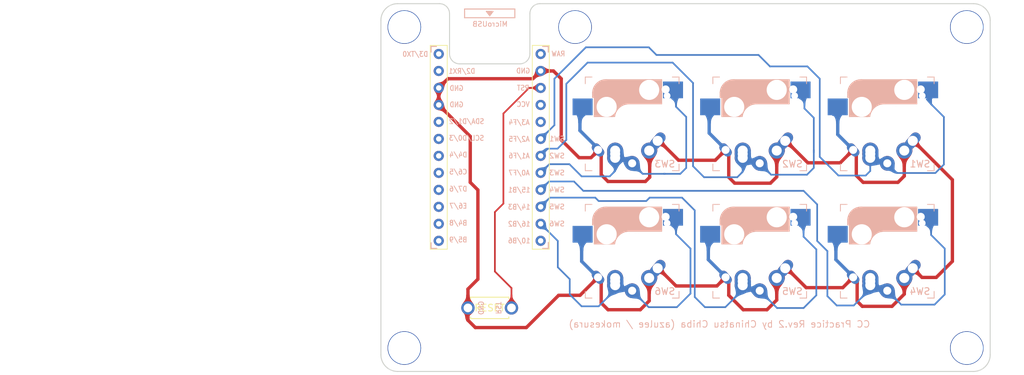
<source format=kicad_pcb>
(kicad_pcb (version 20171130) (host pcbnew "(5.1.10)-1")
  (layers (0 F.Cu signal) (31 B.Cu signal) (34 B.Paste user) (35 F.Paste user) (36 B.SilkS user) (37 F.SilkS user) (38 B.Mask user) (39 F.Mask user) (44 Edge.Cuts user))
  (net 0 "")
  (net 1 VCC)
  (net 2 GND)
  (net 3 Reset)
  (net 4 "Net-(U1-Pad12)")
  (net 5 "Net-(U1-Pad20)")
  (net 6 "Net-(U1-Pad24)")
  (net 7 "Net-(U1-Pad1)")
  (net 8 "Net-(U1-Pad2)")
  (net 9 "Net-(U1-Pad13)")
  (net 10 SW1)
  (net 11 SW2)
  (net 12 SW3)
  (net 13 SW4)
  (net 14 SW5)
  (net 15 SW6)
  (net 16 "Net-(U1-Pad5)")
  (net 17 "Net-(U1-Pad6)")
  (net 18 "Net-(U1-Pad11)")
  (net 19 "Net-(U1-Pad10)")
  (net 20 "Net-(U1-Pad9)")
  (net 21 "Net-(U1-Pad8)")
  (net 22 "Net-(U1-Pad7)")
  (module "" (layer F.Cu) (at -16.638 33.954)
    (fp_text reference "" (at 51.434 44.876) (layer F.SilkS) (effects (font (size 1.27 1.27))))
    (fp_text value "" (at 51.434 44.876) (layer F.SilkS) (effects (font (size 1.27 1.27))))
  )
  (module kbd:thread_m2 (layer F.Cu) (at 63 69.5)
    (fp_text reference S_cover2 hide)
    (fp_text value Screw_Terminal_01x01 hide)
    (pad "" np_thru_hole circle (at 0 0) (size 2.2 2.2) (drill 2.2) (layers *.Cu *.Mask))
  )
  (module kbd:thread_m2 (layer F.Cu) (at 49.5 69.5)
    (fp_text reference S_cover1 hide)
    (fp_text value Screw_Terminal_01x01 hide)
    (pad "" np_thru_hole circle (at 0 0) (size 2.2 2.2) (drill 2.2) (layers *.Cu *.Mask))
  )
  (module kbd:HOLE (layer F.Cu) (at 69 33.5)
    (fp_text reference S5)
    (fp_text value Screw_Terminal_01x01)
    (pad "" np_thru_hole circle (at 0 0) (size 5 5) (drill 4.8) (layers *.Cu *.Mask))
  )
  (module kbd:HOLE (layer F.Cu) (at 127.5 81.5)
    (fp_text reference S4)
    (fp_text value Screw_Terminal_01x01)
    (pad "" np_thru_hole circle (at 0 0) (size 5 5) (drill 4.8) (layers *.Cu *.Mask))
  )
  (module kbd:HOLE (layer F.Cu) (at 43.5 81.5)
    (fp_text reference S3)
    (fp_text value Screw_Terminal_01x01)
    (pad "" np_thru_hole circle (at 0 0) (size 5 5) (drill 4.8) (layers *.Cu *.Mask))
  )
  (module kbd:HOLE (layer F.Cu) (at 127.5 33.5)
    (fp_text reference S2)
    (fp_text value Screw_Terminal_01x01)
    (pad "" np_thru_hole circle (at 0 0) (size 5 5) (drill 4.8) (layers *.Cu *.Mask))
  )
  (module kbd:HOLE (layer F.Cu) (at 43.5 33.5)
    (fp_text reference S1)
    (fp_text value Screw_Terminal_01x01)
    (pad "" np_thru_hole circle (at 0 0) (size 5 5) (drill 4.8) (layers *.Cu *.Mask))
  )
  (module kbd:ResetSW_1side (layer F.Cu) (at 56.25 75.5)
    (fp_text reference RSW1 hide)
    (fp_text value SW_Push)
    (fp_text user RESET (at 0 0) (layer F.SilkS))
    (pad 2 thru_hole circle (at -3.25 0) (size 2 2) (drill 1.3) (layers *.Cu *.Mask) (net 2 GND))
    (pad 1 thru_hole circle (at 3.25 0) (size 2 2) (drill 1.3) (layers *.Cu *.Mask) (net 3 Reset))
  )
  (module kbd:ProMicro_v3 (layer B.Cu) (at 56.25 52 180)
    (fp_text reference U1 hide)
    (fp_text value ProMicro_r hide)
    (fp_text user RAW (at -9.154 14.5 unlocked) (layer B.SilkS) (effects (font (size 0.75 0.67) (thickness 0.125)) (justify right mirror)))
    (fp_text user GND (at -4.995 11.95 unlocked) (layer B.SilkS) (effects (font (size 0.75 0.67) (thickness 0.125)) (justify mirror)))
    (fp_text user RST (at -4.995 9.4 unlocked) (layer B.SilkS) (effects (font (size 0.75 0.67) (thickness 0.125)) (justify mirror)))
    (fp_text user VCC (at -4.995 6.95 unlocked) (layer B.SilkS) (effects (font (size 0.75 0.67) (thickness 0.125)) (justify mirror)))
    (fp_text user A3/F4 (at -4.395 4.25 unlocked) (layer B.SilkS) (effects (font (size 0.75 0.67) (thickness 0.125)) (justify mirror)))
    (fp_text user A2/F5 (at -4.395 1.75 unlocked) (layer B.SilkS) (effects (font (size 0.75 0.67) (thickness 0.125)) (justify mirror)))
    (fp_text user A1/F6 (at -4.395 -0.75 unlocked) (layer B.SilkS) (effects (font (size 0.75 0.67) (thickness 0.125)) (justify mirror)))
    (fp_text user A0/F7 (at -4.395 -3.3 unlocked) (layer B.SilkS) (effects (font (size 0.75 0.67) (thickness 0.125)) (justify mirror)))
    (fp_text user 15/B1 (at -4.395 -5.85 unlocked) (layer B.SilkS) (effects (font (size 0.75 0.67) (thickness 0.125)) (justify mirror)))
    (fp_text user 14/B3 (at -4.395 -8.4 unlocked) (layer B.SilkS) (effects (font (size 0.75 0.67) (thickness 0.125)) (justify mirror)))
    (fp_text user 10/B6 (at -4.395 -13.45 unlocked) (layer B.SilkS) (effects (font (size 0.75 0.67) (thickness 0.125)) (justify mirror)))
    (fp_text user 16/B2 (at -4.395 -10.95 unlocked) (layer B.SilkS) (effects (font (size 0.75 0.67) (thickness 0.125)) (justify mirror)))
    (fp_text user E6/7 (at 4.705 -8.25 unlocked) (layer B.SilkS) (effects (font (size 0.75 0.67) (thickness 0.125)) (justify mirror)))
    (fp_text user D7/6 (at 4.705 -5.7 unlocked) (layer B.SilkS) (effects (font (size 0.75 0.67) (thickness 0.125)) (justify mirror)))
    (fp_text user GND (at 4.955 9.35 unlocked) (layer B.SilkS) (effects (font (size 0.75 0.67) (thickness 0.125)) (justify mirror)))
    (fp_text user GND (at 4.955 6.9 unlocked) (layer B.SilkS) (effects (font (size 0.75 0.67) (thickness 0.125)) (justify mirror)))
    (fp_text user D3/TX0 (at 9.134 14.45 unlocked) (layer B.SilkS) (effects (font (size 0.75 0.67) (thickness 0.125)) (justify left mirror)))
    (fp_text user D4/4 (at 4.705 -0.6 unlocked) (layer B.SilkS) (effects (font (size 0.75 0.67) (thickness 0.125)) (justify mirror)))
    (fp_text user SDA/D1/2 (at 3.455 4.4 unlocked) (layer B.SilkS) (effects (font (size 0.75 0.67) (thickness 0.125)) (justify mirror)))
    (fp_text user SCL/D0/3 (at 3.455 1.9 unlocked) (layer B.SilkS) (effects (font (size 0.75 0.67) (thickness 0.125)) (justify mirror)))
    (fp_text user C6/5 (at 4.705 -3.15 unlocked) (layer B.SilkS) (effects (font (size 0.75 0.67) (thickness 0.125)) (justify mirror)))
    (fp_text user B5/9 (at 4.705 -13.3 unlocked) (layer B.SilkS) (effects (font (size 0.75 0.67) (thickness 0.125)) (justify mirror)))
    (fp_text user D2/RX1 (at 4.155 11.9 unlocked) (layer B.SilkS) (effects (font (size 0.75 0.67) (thickness 0.125)) (justify mirror)))
    (fp_text user B4/8 (at 4.705 -10.8 unlocked) (layer B.SilkS) (effects (font (size 0.75 0.67) (thickness 0.125)) (justify mirror)))
    (fp_text user MicroUSB (at -0.05 18.95) (layer B.SilkS) (effects (font (size 0.75 0.75) (thickness 0.12)) (justify mirror)))
    (pad 24 thru_hole circle (at -7.6086 14.478 180) (size 1.524 1.524) (drill 0.8128) (layers *.Cu *.Mask) (net 6 "Net-(U1-Pad24)"))
    (pad 23 thru_hole circle (at -7.6086 11.938 180) (size 1.524 1.524) (drill 0.8128) (layers *.Cu *.Mask) (net 2 GND))
    (pad 22 thru_hole circle (at -7.6086 9.398 180) (size 1.524 1.524) (drill 0.8128) (layers *.Cu *.Mask) (net 3 Reset))
    (pad 21 thru_hole circle (at -7.6086 6.858 180) (size 1.524 1.524) (drill 0.8128) (layers *.Cu *.Mask) (net 1 VCC))
    (pad 20 thru_hole circle (at -7.6086 4.318 180) (size 1.524 1.524) (drill 0.8128) (layers *.Cu *.Mask) (net 5 "Net-(U1-Pad20)"))
    (pad 19 thru_hole circle (at -7.6086 1.778 180) (size 1.524 1.524) (drill 0.8128) (layers *.Cu *.Mask) (net 10 SW1))
    (pad 18 thru_hole circle (at -7.6086 -0.762 180) (size 1.524 1.524) (drill 0.8128) (layers *.Cu *.Mask) (net 11 SW2))
    (pad 17 thru_hole circle (at -7.6086 -3.302 180) (size 1.524 1.524) (drill 0.8128) (layers *.Cu *.Mask) (net 12 SW3))
    (pad 16 thru_hole circle (at -7.6086 -5.842 180) (size 1.524 1.524) (drill 0.8128) (layers *.Cu *.Mask) (net 13 SW4))
    (pad 15 thru_hole circle (at -7.6086 -8.382 180) (size 1.524 1.524) (drill 0.8128) (layers *.Cu *.Mask) (net 14 SW5))
    (pad 14 thru_hole circle (at -7.6086 -10.922 180) (size 1.524 1.524) (drill 0.8128) (layers *.Cu *.Mask) (net 15 SW6))
    (pad 13 thru_hole circle (at -7.6086 -13.462 180) (size 1.524 1.524) (drill 0.8128) (layers *.Cu *.Mask) (net 9 "Net-(U1-Pad13)"))
    (pad 12 thru_hole circle (at 7.6114 -13.462 180) (size 1.524 1.524) (drill 0.8128) (layers *.Cu *.Mask) (net 4 "Net-(U1-Pad12)"))
    (pad 11 thru_hole circle (at 7.6114 -10.922 180) (size 1.524 1.524) (drill 0.8128) (layers *.Cu *.Mask) (net 18 "Net-(U1-Pad11)"))
    (pad 10 thru_hole circle (at 7.6114 -8.382 180) (size 1.524 1.524) (drill 0.8128) (layers *.Cu *.Mask) (net 19 "Net-(U1-Pad10)"))
    (pad 9 thru_hole circle (at 7.6114 -5.842 180) (size 1.524 1.524) (drill 0.8128) (layers *.Cu *.Mask) (net 20 "Net-(U1-Pad9)"))
    (pad 8 thru_hole circle (at 7.6114 -3.302 180) (size 1.524 1.524) (drill 0.8128) (layers *.Cu *.Mask) (net 21 "Net-(U1-Pad8)"))
    (pad 7 thru_hole circle (at 7.6114 -0.762 180) (size 1.524 1.524) (drill 0.8128) (layers *.Cu *.Mask) (net 22 "Net-(U1-Pad7)"))
    (pad 6 thru_hole circle (at 7.6114 1.778 180) (size 1.524 1.524) (drill 0.8128) (layers *.Cu *.Mask) (net 17 "Net-(U1-Pad6)"))
    (pad 5 thru_hole circle (at 7.6114 4.318 180) (size 1.524 1.524) (drill 0.8128) (layers *.Cu *.Mask) (net 16 "Net-(U1-Pad5)"))
    (pad 4 thru_hole circle (at 7.6114 6.858 180) (size 1.524 1.524) (drill 0.8128) (layers *.Cu *.Mask) (net 2 GND))
    (pad 3 thru_hole circle (at 7.6114 9.398 180) (size 1.524 1.524) (drill 0.8128) (layers *.Cu *.Mask) (net 2 GND))
    (pad 2 thru_hole circle (at 7.6114 11.938 180) (size 1.524 1.524) (drill 0.8128) (layers *.Cu *.Mask) (net 8 "Net-(U1-Pad2)"))
    (pad 1 thru_hole circle (at 7.6114 14.478 180) (size 1.524 1.524) (drill 0.8128) (layers *.Cu *.Mask) (net 7 "Net-(U1-Pad1)"))
  )
  (module mokesura-keyboard:MX-MHeight-Hotswap_Choc12_Alps_v2 (layer F.Cu) (at 115.625 47.975)
    (fp_text reference SW1 (at 6.5 6) (layer B.SilkS) (effects (justify left mirror)))
    (fp_text value SW_PUSH hide)
    (pad 2 thru_hole circle (at 0 5.9 270) (size 2.2 2.2) (drill 1.2) (layers *.Cu *.Mask) (net 10 SW1))
    (pad "" np_thru_hole circle (at 4.5 0) (size 1.68 1.68) (drill 1.68) (layers *.Cu *.Mask))
    (pad "" np_thru_hole circle (at -4.5 0) (size 1.68 1.68) (drill 1.68) (layers *.Cu *.Mask))
    (pad 1 smd rect (at -7.4 -2.54 180) (size 3 2.5) (layers B.Cu B.Paste B.Mask) (net 2 GND))
    (pad "" np_thru_hole circle (at 0 0 90) (size 4.9 4.9) (drill 4.9) (layers *.Cu *.Mask))
    (pad "" np_thru_hole circle (at -5.5 0 90) (size 1.9 1.9) (drill 1.9) (layers *.Cu *.Mask))
    (pad "" np_thru_hole circle (at 5.5 0 90) (size 1.9 1.9) (drill 1.9) (layers *.Cu *.Mask))
    (pad "" np_thru_hole circle (at 5.08 0) (size 1.68 1.68) (drill 1.68) (layers *.Cu *.Mask))
    (pad "" np_thru_hole circle (at -5.08 0) (size 1.68 1.68) (drill 1.68) (layers *.Cu *.Mask))
    (pad 2 smd rect (at 6.1 -5.08 180) (size 3 2.5) (layers B.Cu B.Paste B.Mask) (net 10 SW1))
    (pad 1 thru_hole oval (at 3.81 2.54 230) (size 2.8 1.55) (drill 1.5) (layers *.Cu *.Mask) (net 2 GND))
    (pad "" np_thru_hole circle (at 5 -5.15 180) (size 1.2 1.2) (drill 1.2) (layers *.Cu *.Mask))
    (pad 2 thru_hole circle (at -2.54 4.5 180) (size 2.4 2.4) (drill 1.5) (layers *.Cu *.Mask) (net 10 SW1))
    (pad 2 thru_hole circle (at -2.54 5.08 180) (size 2.4 2.4) (drill 1.5) (layers *.Cu *.Mask) (net 10 SW1))
    (pad "" np_thru_hole circle (at 5.22 -4.2 180) (size 1 1) (drill 1) (layers *.Cu *.Mask))
    (pad 2 thru_hole circle (at -2.54 4 180) (size 2.4 2.4) (drill 1.5) (layers *.Cu *.Mask) (net 10 SW1))
    (pad 1 thru_hole oval (at -5.1 3.9 130) (size 2.2 1.25) (drill 1.2) (layers *.Cu *.Mask) (net 2 GND))
    (pad 1 thru_hole circle (at 2.54 4 180) (size 2.4 2.4) (drill 1.5) (layers *.Cu *.Mask) (net 2 GND))
    (pad "" np_thru_hole circle (at -3.81 -2.54) (size 3 3) (drill 3) (layers *.Cu *.Mask))
    (pad "" np_thru_hole circle (at 2.54 -5.08) (size 3 3) (drill 3) (layers *.Cu *.Mask))
  )
  (module mokesura-keyboard:MX-MHeight-Hotswap_Choc12_Alps_v2 (layer F.Cu) (at 96.575 47.975)
    (fp_text reference SW2 (at 6.5 6) (layer B.SilkS) (effects (justify left mirror)))
    (fp_text value SW_PUSH hide)
    (pad 2 thru_hole circle (at 0 5.9 270) (size 2.2 2.2) (drill 1.2) (layers *.Cu *.Mask) (net 11 SW2))
    (pad "" np_thru_hole circle (at 4.5 0) (size 1.68 1.68) (drill 1.68) (layers *.Cu *.Mask))
    (pad "" np_thru_hole circle (at -4.5 0) (size 1.68 1.68) (drill 1.68) (layers *.Cu *.Mask))
    (pad 1 smd rect (at -7.4 -2.54 180) (size 3 2.5) (layers B.Cu B.Paste B.Mask) (net 2 GND))
    (pad "" np_thru_hole circle (at 0 0 90) (size 4.9 4.9) (drill 4.9) (layers *.Cu *.Mask))
    (pad "" np_thru_hole circle (at -5.5 0 90) (size 1.9 1.9) (drill 1.9) (layers *.Cu *.Mask))
    (pad "" np_thru_hole circle (at 5.5 0 90) (size 1.9 1.9) (drill 1.9) (layers *.Cu *.Mask))
    (pad "" np_thru_hole circle (at 5.08 0) (size 1.68 1.68) (drill 1.68) (layers *.Cu *.Mask))
    (pad "" np_thru_hole circle (at -5.08 0) (size 1.68 1.68) (drill 1.68) (layers *.Cu *.Mask))
    (pad 2 smd rect (at 6.1 -5.08 180) (size 3 2.5) (layers B.Cu B.Paste B.Mask) (net 11 SW2))
    (pad 1 thru_hole oval (at 3.81 2.54 230) (size 2.8 1.55) (drill 1.5) (layers *.Cu *.Mask) (net 2 GND))
    (pad "" np_thru_hole circle (at 5 -5.15 180) (size 1.2 1.2) (drill 1.2) (layers *.Cu *.Mask))
    (pad 2 thru_hole circle (at -2.54 4.5 180) (size 2.4 2.4) (drill 1.5) (layers *.Cu *.Mask) (net 11 SW2))
    (pad 2 thru_hole circle (at -2.54 5.08 180) (size 2.4 2.4) (drill 1.5) (layers *.Cu *.Mask) (net 11 SW2))
    (pad "" np_thru_hole circle (at 5.22 -4.2 180) (size 1 1) (drill 1) (layers *.Cu *.Mask))
    (pad 2 thru_hole circle (at -2.54 4 180) (size 2.4 2.4) (drill 1.5) (layers *.Cu *.Mask) (net 11 SW2))
    (pad 1 thru_hole oval (at -5.1 3.9 130) (size 2.2 1.25) (drill 1.2) (layers *.Cu *.Mask) (net 2 GND))
    (pad 1 thru_hole circle (at 2.54 4 180) (size 2.4 2.4) (drill 1.5) (layers *.Cu *.Mask) (net 2 GND))
    (pad "" np_thru_hole circle (at -3.81 -2.54) (size 3 3) (drill 3) (layers *.Cu *.Mask))
    (pad "" np_thru_hole circle (at 2.54 -5.08) (size 3 3) (drill 3) (layers *.Cu *.Mask))
  )
  (module mokesura-keyboard:MX-MHeight-Hotswap_Choc12_Alps_v2 (layer F.Cu) (at 77.525 47.975)
    (fp_text reference SW3 (at 6.5 6) (layer B.SilkS) (effects (justify left mirror)))
    (fp_text value SW_PUSH hide)
    (pad 2 thru_hole circle (at 0 5.9 270) (size 2.2 2.2) (drill 1.2) (layers *.Cu *.Mask) (net 12 SW3))
    (pad "" np_thru_hole circle (at 4.5 0) (size 1.68 1.68) (drill 1.68) (layers *.Cu *.Mask))
    (pad "" np_thru_hole circle (at -4.5 0) (size 1.68 1.68) (drill 1.68) (layers *.Cu *.Mask))
    (pad 1 smd rect (at -7.4 -2.54 180) (size 3 2.5) (layers B.Cu B.Paste B.Mask) (net 2 GND))
    (pad "" np_thru_hole circle (at 0 0 90) (size 4.9 4.9) (drill 4.9) (layers *.Cu *.Mask))
    (pad "" np_thru_hole circle (at -5.5 0 90) (size 1.9 1.9) (drill 1.9) (layers *.Cu *.Mask))
    (pad "" np_thru_hole circle (at 5.5 0 90) (size 1.9 1.9) (drill 1.9) (layers *.Cu *.Mask))
    (pad "" np_thru_hole circle (at 5.08 0) (size 1.68 1.68) (drill 1.68) (layers *.Cu *.Mask))
    (pad "" np_thru_hole circle (at -5.08 0) (size 1.68 1.68) (drill 1.68) (layers *.Cu *.Mask))
    (pad 2 smd rect (at 6.1 -5.08 180) (size 3 2.5) (layers B.Cu B.Paste B.Mask) (net 12 SW3))
    (pad 1 thru_hole oval (at 3.81 2.54 230) (size 2.8 1.55) (drill 1.5) (layers *.Cu *.Mask) (net 2 GND))
    (pad "" np_thru_hole circle (at 5 -5.15 180) (size 1.2 1.2) (drill 1.2) (layers *.Cu *.Mask))
    (pad 2 thru_hole circle (at -2.54 4.5 180) (size 2.4 2.4) (drill 1.5) (layers *.Cu *.Mask) (net 12 SW3))
    (pad 2 thru_hole circle (at -2.54 5.08 180) (size 2.4 2.4) (drill 1.5) (layers *.Cu *.Mask) (net 12 SW3))
    (pad "" np_thru_hole circle (at 5.22 -4.2 180) (size 1 1) (drill 1) (layers *.Cu *.Mask))
    (pad 2 thru_hole circle (at -2.54 4 180) (size 2.4 2.4) (drill 1.5) (layers *.Cu *.Mask) (net 12 SW3))
    (pad 1 thru_hole oval (at -5.1 3.9 130) (size 2.2 1.25) (drill 1.2) (layers *.Cu *.Mask) (net 2 GND))
    (pad 1 thru_hole circle (at 2.54 4 180) (size 2.4 2.4) (drill 1.5) (layers *.Cu *.Mask) (net 2 GND))
    (pad "" np_thru_hole circle (at -3.81 -2.54) (size 3 3) (drill 3) (layers *.Cu *.Mask))
    (pad "" np_thru_hole circle (at 2.54 -5.08) (size 3 3) (drill 3) (layers *.Cu *.Mask))
  )
  (module mokesura-keyboard:MX-MHeight-Hotswap_Choc12_Alps_v2 (layer F.Cu) (at 115.625 67.025)
    (fp_text reference SW4 (at 6.5 6) (layer B.SilkS) (effects (justify left mirror)))
    (fp_text value SW_PUSH hide)
    (pad 2 thru_hole circle (at 0 5.9 270) (size 2.2 2.2) (drill 1.2) (layers *.Cu *.Mask) (net 13 SW4))
    (pad "" np_thru_hole circle (at 4.5 0) (size 1.68 1.68) (drill 1.68) (layers *.Cu *.Mask))
    (pad "" np_thru_hole circle (at -4.5 0) (size 1.68 1.68) (drill 1.68) (layers *.Cu *.Mask))
    (pad 1 smd rect (at -7.4 -2.54 180) (size 3 2.5) (layers B.Cu B.Paste B.Mask) (net 2 GND))
    (pad "" np_thru_hole circle (at 0 0 90) (size 4.9 4.9) (drill 4.9) (layers *.Cu *.Mask))
    (pad "" np_thru_hole circle (at -5.5 0 90) (size 1.9 1.9) (drill 1.9) (layers *.Cu *.Mask))
    (pad "" np_thru_hole circle (at 5.5 0 90) (size 1.9 1.9) (drill 1.9) (layers *.Cu *.Mask))
    (pad "" np_thru_hole circle (at 5.08 0) (size 1.68 1.68) (drill 1.68) (layers *.Cu *.Mask))
    (pad "" np_thru_hole circle (at -5.08 0) (size 1.68 1.68) (drill 1.68) (layers *.Cu *.Mask))
    (pad 2 smd rect (at 6.1 -5.08 180) (size 3 2.5) (layers B.Cu B.Paste B.Mask) (net 13 SW4))
    (pad 1 thru_hole oval (at 3.81 2.54 230) (size 2.8 1.55) (drill 1.5) (layers *.Cu *.Mask) (net 2 GND))
    (pad "" np_thru_hole circle (at 5 -5.15 180) (size 1.2 1.2) (drill 1.2) (layers *.Cu *.Mask))
    (pad 2 thru_hole circle (at -2.54 4.5 180) (size 2.4 2.4) (drill 1.5) (layers *.Cu *.Mask) (net 13 SW4))
    (pad 2 thru_hole circle (at -2.54 5.08 180) (size 2.4 2.4) (drill 1.5) (layers *.Cu *.Mask) (net 13 SW4))
    (pad "" np_thru_hole circle (at 5.22 -4.2 180) (size 1 1) (drill 1) (layers *.Cu *.Mask))
    (pad 2 thru_hole circle (at -2.54 4 180) (size 2.4 2.4) (drill 1.5) (layers *.Cu *.Mask) (net 13 SW4))
    (pad 1 thru_hole oval (at -5.1 3.9 130) (size 2.2 1.25) (drill 1.2) (layers *.Cu *.Mask) (net 2 GND))
    (pad 1 thru_hole circle (at 2.54 4 180) (size 2.4 2.4) (drill 1.5) (layers *.Cu *.Mask) (net 2 GND))
    (pad "" np_thru_hole circle (at -3.81 -2.54) (size 3 3) (drill 3) (layers *.Cu *.Mask))
    (pad "" np_thru_hole circle (at 2.54 -5.08) (size 3 3) (drill 3) (layers *.Cu *.Mask))
  )
  (module mokesura-keyboard:MX-MHeight-Hotswap_Choc12_Alps_v2 (layer F.Cu) (at 96.575 67.025)
    (fp_text reference SW5 (at 6.5 6) (layer B.SilkS) (effects (justify left mirror)))
    (fp_text value SW_PUSH hide)
    (pad 2 thru_hole circle (at 0 5.9 270) (size 2.2 2.2) (drill 1.2) (layers *.Cu *.Mask) (net 14 SW5))
    (pad "" np_thru_hole circle (at 4.5 0) (size 1.68 1.68) (drill 1.68) (layers *.Cu *.Mask))
    (pad "" np_thru_hole circle (at -4.5 0) (size 1.68 1.68) (drill 1.68) (layers *.Cu *.Mask))
    (pad 1 smd rect (at -7.4 -2.54 180) (size 3 2.5) (layers B.Cu B.Paste B.Mask) (net 2 GND))
    (pad "" np_thru_hole circle (at 0 0 90) (size 4.9 4.9) (drill 4.9) (layers *.Cu *.Mask))
    (pad "" np_thru_hole circle (at -5.5 0 90) (size 1.9 1.9) (drill 1.9) (layers *.Cu *.Mask))
    (pad "" np_thru_hole circle (at 5.5 0 90) (size 1.9 1.9) (drill 1.9) (layers *.Cu *.Mask))
    (pad "" np_thru_hole circle (at 5.08 0) (size 1.68 1.68) (drill 1.68) (layers *.Cu *.Mask))
    (pad "" np_thru_hole circle (at -5.08 0) (size 1.68 1.68) (drill 1.68) (layers *.Cu *.Mask))
    (pad 2 smd rect (at 6.1 -5.08 180) (size 3 2.5) (layers B.Cu B.Paste B.Mask) (net 14 SW5))
    (pad 1 thru_hole oval (at 3.81 2.54 230) (size 2.8 1.55) (drill 1.5) (layers *.Cu *.Mask) (net 2 GND))
    (pad "" np_thru_hole circle (at 5 -5.15 180) (size 1.2 1.2) (drill 1.2) (layers *.Cu *.Mask))
    (pad 2 thru_hole circle (at -2.54 4.5 180) (size 2.4 2.4) (drill 1.5) (layers *.Cu *.Mask) (net 14 SW5))
    (pad 2 thru_hole circle (at -2.54 5.08 180) (size 2.4 2.4) (drill 1.5) (layers *.Cu *.Mask) (net 14 SW5))
    (pad "" np_thru_hole circle (at 5.22 -4.2 180) (size 1 1) (drill 1) (layers *.Cu *.Mask))
    (pad 2 thru_hole circle (at -2.54 4 180) (size 2.4 2.4) (drill 1.5) (layers *.Cu *.Mask) (net 14 SW5))
    (pad 1 thru_hole oval (at -5.1 3.9 130) (size 2.2 1.25) (drill 1.2) (layers *.Cu *.Mask) (net 2 GND))
    (pad 1 thru_hole circle (at 2.54 4 180) (size 2.4 2.4) (drill 1.5) (layers *.Cu *.Mask) (net 2 GND))
    (pad "" np_thru_hole circle (at -3.81 -2.54) (size 3 3) (drill 3) (layers *.Cu *.Mask))
    (pad "" np_thru_hole circle (at 2.54 -5.08) (size 3 3) (drill 3) (layers *.Cu *.Mask))
  )
  (module mokesura-keyboard:MX-MHeight-Hotswap_Choc12_Alps_v2 (layer F.Cu) (at 77.525 67.025)
    (fp_text reference SW6 (at 6.5 6) (layer B.SilkS) (effects (justify left mirror)))
    (fp_text value SW_PUSH hide)
    (pad 2 thru_hole circle (at 0 5.9 270) (size 2.2 2.2) (drill 1.2) (layers *.Cu *.Mask) (net 15 SW6))
    (pad "" np_thru_hole circle (at 4.5 0) (size 1.68 1.68) (drill 1.68) (layers *.Cu *.Mask))
    (pad "" np_thru_hole circle (at -4.5 0) (size 1.68 1.68) (drill 1.68) (layers *.Cu *.Mask))
    (pad 1 smd rect (at -7.4 -2.54 180) (size 3 2.5) (layers B.Cu B.Paste B.Mask) (net 2 GND))
    (pad "" np_thru_hole circle (at 0 0 90) (size 4.9 4.9) (drill 4.9) (layers *.Cu *.Mask))
    (pad "" np_thru_hole circle (at -5.5 0 90) (size 1.9 1.9) (drill 1.9) (layers *.Cu *.Mask))
    (pad "" np_thru_hole circle (at 5.5 0 90) (size 1.9 1.9) (drill 1.9) (layers *.Cu *.Mask))
    (pad "" np_thru_hole circle (at 5.08 0) (size 1.68 1.68) (drill 1.68) (layers *.Cu *.Mask))
    (pad "" np_thru_hole circle (at -5.08 0) (size 1.68 1.68) (drill 1.68) (layers *.Cu *.Mask))
    (pad 2 smd rect (at 6.1 -5.08 180) (size 3 2.5) (layers B.Cu B.Paste B.Mask) (net 15 SW6))
    (pad 1 thru_hole oval (at 3.81 2.54 230) (size 2.8 1.55) (drill 1.5) (layers *.Cu *.Mask) (net 2 GND))
    (pad "" np_thru_hole circle (at 5 -5.15 180) (size 1.2 1.2) (drill 1.2) (layers *.Cu *.Mask))
    (pad 2 thru_hole circle (at -2.54 4.5 180) (size 2.4 2.4) (drill 1.5) (layers *.Cu *.Mask) (net 15 SW6))
    (pad 2 thru_hole circle (at -2.54 5.08 180) (size 2.4 2.4) (drill 1.5) (layers *.Cu *.Mask) (net 15 SW6))
    (pad "" np_thru_hole circle (at 5.22 -4.2 180) (size 1 1) (drill 1) (layers *.Cu *.Mask))
    (pad 2 thru_hole circle (at -2.54 4 180) (size 2.4 2.4) (drill 1.5) (layers *.Cu *.Mask) (net 15 SW6))
    (pad 1 thru_hole oval (at -5.1 3.9 130) (size 2.2 1.25) (drill 1.2) (layers *.Cu *.Mask) (net 2 GND))
    (pad 1 thru_hole circle (at 2.54 4 180) (size 2.4 2.4) (drill 1.5) (layers *.Cu *.Mask) (net 2 GND))
    (pad "" np_thru_hole circle (at -3.81 -2.54) (size 3 3) (drill 3) (layers *.Cu *.Mask))
    (pad "" np_thru_hole circle (at 2.54 -5.08) (size 3 3) (drill 3) (layers *.Cu *.Mask))
  )
  (gr_text RST (at 57.52 75.5 270) (layer B.SilkS) (effects (font (size 0.75 0.67) (thickness 0.125)) (justify mirror)))
  (gr_text GND (at 54.98 75.5 90) (layer B.SilkS) (effects (font (size 0.75 0.67) (thickness 0.125)) (justify mirror)))
  (gr_text "CC Practice Rev.2 by Chinatsu Chiba (azulee / mokesura)\n" (at 90.55 77.929) (layer B.SilkS) (effects (font (size 1 1) (thickness 0.125)) (justify mirror)))
  (gr_text SW6 (at 66.293 62.91) (layer B.SilkS) (effects (font (size 0.75 0.75) (thickness 0.125)) (justify mirror)))
  (gr_text SW5 (at 66.293 60.37) (layer B.SilkS) (effects (font (size 0.75 0.75) (thickness 0.125)) (justify mirror)))
  (gr_text SW4 (at 66.293 57.83) (layer B.SilkS) (effects (font (size 0.75 0.75) (thickness 0.125)) (justify mirror)))
  (gr_text SW3 (at 66.293 55.29) (layer B.SilkS) (effects (font (size 0.75 0.75) (thickness 0.125)) (justify mirror)))
  (gr_text SW2 (at 66.293 52.75) (layer B.SilkS) (effects (font (size 0.75 0.75) (thickness 0.125)) (justify mirror)))
  (gr_text SW1 (at 66.293 50.21) (layer B.SilkS) (effects (font (size 0.75 0.75) (thickness 0.125)) (justify mirror)))
  (gr_line (start 50.25 31.5) (end 50.25 37.5) (layer Edge.Cuts) (width 0.15))
  (gr_line (start 60.75 39) (end 51.75 39) (layer Edge.Cuts) (width 0.15))
  (gr_line (start 62.25 31.5) (end 62.25 37.5) (layer Edge.Cuts) (width 0.15))
  (gr_arc (start 60.75 37.5) (end 60.75 39) (angle -90) (layer Edge.Cuts) (width 0.15))
  (gr_arc (start 51.75 37.5) (end 50.25 37.5) (angle -90) (layer Edge.Cuts) (width 0.15))
  (gr_arc (start 48.75 31.5) (end 50.25 31.5) (angle -90) (layer Edge.Cuts) (width 0.15))
  (gr_line (start 47.37 66.72) (end 47.37 36.24) (layer F.SilkS) (width 0.12))
  (gr_line (start 49.91 66.72) (end 47.37 66.72) (layer F.SilkS) (width 0.12))
  (gr_line (start 49.91 36.24) (end 49.91 66.72) (layer F.SilkS) (width 0.12))
  (gr_line (start 47.37 36.24) (end 49.91 36.24) (layer F.SilkS) (width 0.12))
  (gr_line (start 62.61 66.72) (end 62.61 36.24) (layer F.SilkS) (width 0.12))
  (gr_line (start 65.15 66.72) (end 62.61 66.72) (layer F.SilkS) (width 0.12))
  (gr_line (start 65.15 36.24) (end 65.15 66.72) (layer F.SilkS) (width 0.12))
  (gr_line (start 62.61 36.24) (end 65.15 36.24) (layer F.SilkS) (width 0.12))
  (gr_arc (start 63.75 31.5) (end 63.75 30) (angle -90) (layer Edge.Cuts) (width 0.15))
  (gr_arc (start 128.5 32.5) (end 131 32.5) (angle -90) (layer Edge.Cuts) (width 0.15))
  (gr_arc (start 128.5 82.5) (end 128.5 85) (angle -90) (layer Edge.Cuts) (width 0.15))
  (gr_arc (start 42.5 82.5) (end 40 82.5) (angle -90) (layer Edge.Cuts) (width 0.15))
  (gr_arc (start 42.5 32.5) (end 42.5 30) (angle -90) (layer Edge.Cuts) (width 0.15))
  (gr_line (start 63.75 30) (end 128.5 30) (layer Edge.Cuts) (width 0.15))
  (gr_line (start 48.75 30) (end 42.5 30) (layer Edge.Cuts) (width 0.15))
  (gr_line (start 40 82.5) (end 40 32.5) (layer Edge.Cuts) (width 0.15))
  (gr_line (start 128.5 85) (end 42.5 85) (layer Edge.Cuts) (width 0.15))
  (gr_line (start 131 32.5) (end 131 82.5) (layer Edge.Cuts) (width 0.15))
  (segment (start 108.225 45.435) (end 108.225 45.906) (width 0.5) (layer B.Cu) (net 2))
  (segment (start 108.225 45.906) (end 107.571 46.56) (width 0.5) (layer B.Cu) (net 2))
  (segment (start 118.165 70.835) (end 119.435 69.565) (width 0.5) (layer F.Cu) (net 2))
  (segment (start 118.165 71.025) (end 118.165 70.835) (width 0.5) (layer F.Cu) (net 2))
  (segment (start 99.115 70.835) (end 100.385 69.565) (width 0.5) (layer F.Cu) (net 2))
  (segment (start 99.115 71.025) (end 99.115 70.835) (width 0.5) (layer F.Cu) (net 2))
  (segment (start 80.065 70.835) (end 81.335 69.565) (width 0.5) (layer F.Cu) (net 2))
  (segment (start 80.065 71.025) (end 80.065 70.835) (width 0.5) (layer F.Cu) (net 2))
  (segment (start 118.165 51.785) (end 119.435 50.515) (width 0.5) (layer F.Cu) (net 2))
  (segment (start 118.165 51.975) (end 118.165 51.785) (width 0.5) (layer F.Cu) (net 2))
  (segment (start 99.115 51.785) (end 100.385 50.515) (width 0.5) (layer F.Cu) (net 2))
  (segment (start 99.115 51.975) (end 99.115 51.785) (width 0.5) (layer F.Cu) (net 2))
  (segment (start 80.065 51.785) (end 81.335 50.515) (width 0.5) (layer F.Cu) (net 2))
  (segment (start 80.065 51.975) (end 80.065 51.785) (width 0.5) (layer F.Cu) (net 2))
  (segment (start 81.335 50.515) (end 81.554 50.515) (width 0.5) (layer F.Cu) (net 2))
  (segment (start 81.554 50.515) (end 84.457 53.418) (width 0.5) (layer F.Cu) (net 2))
  (segment (start 89.932 53.418) (end 91.475 51.875) (width 0.5) (layer F.Cu) (net 2))
  (segment (start 84.457 53.418) (end 89.932 53.418) (width 0.5) (layer F.Cu) (net 2))
  (segment (start 81.335 69.565) (end 81.427 69.565) (width 0.5) (layer F.Cu) (net 2))
  (segment (start 81.427 69.565) (end 84.076 72.214) (width 0.5) (layer F.Cu) (net 2))
  (segment (start 90.186 72.214) (end 91.475 70.925) (width 0.5) (layer F.Cu) (net 2))
  (segment (start 84.076 72.214) (end 90.186 72.214) (width 0.5) (layer F.Cu) (net 2))
  (segment (start 48.6386 42.602) (end 48.6386 45.142) (width 0.5) (layer F.Cu) (net 2))
  (segment (start 108.982 72.468) (end 110.525 70.925) (width 0.5) (layer F.Cu) (net 2))
  (segment (start 100.604 69.565) (end 103.507 72.468) (width 0.5) (layer F.Cu) (net 2))
  (segment (start 100.385 69.565) (end 100.604 69.565) (width 0.5) (layer F.Cu) (net 2))
  (segment (start 48.6386 42.602) (end 48.749 42.602) (width 0.5) (layer F.Cu) (net 2))
  (segment (start 62.6946 41.226) (end 63.8586 40.062) (width 0.5) (layer F.Cu) (net 2))
  (segment (start 50.0146 41.226) (end 62.6946 41.226) (width 0.5) (layer F.Cu) (net 2))
  (segment (start 48.6386 42.602) (end 50.0146 41.226) (width 0.5) (layer F.Cu) (net 2))
  (segment (start 119.435 50.515) (end 119.527 50.515) (width 0.5) (layer F.Cu) (net 2))
  (segment (start 119.527 50.515) (end 125.351 56.339) (width 0.5) (layer F.Cu) (net 2))
  (segment (start 125.351 56.339) (end 125.351 68.531) (width 0.5) (layer F.Cu) (net 2))
  (segment (start 125.351 68.531) (end 122.938 70.944) (width 0.5) (layer F.Cu) (net 2))
  (segment (start 120.814 70.944) (end 119.435 69.565) (width 0.5) (layer F.Cu) (net 2))
  (segment (start 122.938 70.944) (end 120.814 70.944) (width 0.5) (layer F.Cu) (net 2))
  (segment (start 108.225 49.5635) (end 108.225 45.435) (width 0.5) (layer B.Cu) (net 2))
  (segment (start 110.525 51.8635) (end 108.225 49.5635) (width 0.5) (layer B.Cu) (net 2))
  (segment (start 110.525 51.875) (end 110.525 51.8635) (width 0.5) (layer B.Cu) (net 2))
  (segment (start 89.029 45.581) (end 89.175 45.435) (width 0.5) (layer B.Cu) (net 2))
  (segment (start 91.475 51.8) (end 89.029 49.354) (width 0.5) (layer B.Cu) (net 2))
  (segment (start 89.029 49.354) (end 89.029 45.581) (width 0.5) (layer B.Cu) (net 2))
  (segment (start 91.475 51.875) (end 91.475 51.8) (width 0.5) (layer B.Cu) (net 2))
  (segment (start 107.952 64.758) (end 108.225 64.485) (width 0.5) (layer B.Cu) (net 2))
  (segment (start 107.952 68.277) (end 107.952 64.758) (width 0.5) (layer B.Cu) (net 2))
  (segment (start 110.525 70.85) (end 107.952 68.277) (width 0.5) (layer B.Cu) (net 2))
  (segment (start 110.525 70.925) (end 110.525 70.85) (width 0.5) (layer B.Cu) (net 2))
  (segment (start 88.902 64.758) (end 89.175 64.485) (width 0.5) (layer B.Cu) (net 2))
  (segment (start 88.902 68.277) (end 88.902 64.758) (width 0.5) (layer B.Cu) (net 2))
  (segment (start 91.475 70.85) (end 88.902 68.277) (width 0.5) (layer B.Cu) (net 2))
  (segment (start 91.475 70.925) (end 91.475 70.85) (width 0.5) (layer B.Cu) (net 2))
  (segment (start 69.979 64.631) (end 70.125 64.485) (width 0.5) (layer B.Cu) (net 2))
  (segment (start 72.373 70.925) (end 69.979 68.531) (width 0.5) (layer B.Cu) (net 2))
  (segment (start 69.979 68.531) (end 69.979 64.631) (width 0.5) (layer B.Cu) (net 2))
  (segment (start 72.425 70.925) (end 72.373 70.925) (width 0.5) (layer B.Cu) (net 2))
  (segment (start 69.725 45.835) (end 70.125 45.435) (width 0.5) (layer B.Cu) (net 2))
  (segment (start 69.725 48.973) (end 69.725 45.835) (width 0.5) (layer B.Cu) (net 2))
  (segment (start 72.425 51.673) (end 69.725 48.973) (width 0.5) (layer B.Cu) (net 2))
  (segment (start 72.425 51.875) (end 72.425 51.673) (width 0.5) (layer B.Cu) (net 2))
  (segment (start 108.601 53.799) (end 110.525 51.875) (width 0.5) (layer F.Cu) (net 2))
  (segment (start 103.761 53.799) (end 108.601 53.799) (width 0.5) (layer F.Cu) (net 2))
  (segment (start 100.477 50.515) (end 103.761 53.799) (width 0.5) (layer F.Cu) (net 2))
  (segment (start 100.385 50.515) (end 100.477 50.515) (width 0.5) (layer F.Cu) (net 2))
  (segment (start 69.739 73.611) (end 72.425 70.925) (width 0.5) (layer F.Cu) (net 2))
  (segment (start 66.55 73.611) (end 69.739 73.611) (width 0.5) (layer F.Cu) (net 2))
  (segment (start 61.724 78.437) (end 66.55 73.611) (width 0.5) (layer F.Cu) (net 2))
  (segment (start 54.104 78.437) (end 61.724 78.437) (width 0.5) (layer F.Cu) (net 2))
  (segment (start 53 77.333) (end 54.104 78.437) (width 0.5) (layer F.Cu) (net 2))
  (segment (start 53 75.5) (end 53 77.333) (width 0.5) (layer F.Cu) (net 2))
  (segment (start 103.507 72.468) (end 108.982 72.468) (width 0.5) (layer F.Cu) (net 2))
  (segment (start 72.425 51.988) (end 72.425 51.875) (width 0.5) (layer F.Cu) (net 2))
  (segment (start 71.376 53.037) (end 72.425 51.988) (width 0.5) (layer F.Cu) (net 2))
  (segment (start 69.598 53.037) (end 71.376 53.037) (width 0.5) (layer F.Cu) (net 2))
  (segment (start 66.931 50.37) (end 69.598 53.037) (width 0.5) (layer F.Cu) (net 2))
  (segment (start 66.931 41.226) (end 66.931 50.37) (width 0.5) (layer F.Cu) (net 2))
  (segment (start 65.767 40.062) (end 66.931 41.226) (width 0.5) (layer F.Cu) (net 2))
  (segment (start 63.8586 40.062) (end 65.767 40.062) (width 0.5) (layer F.Cu) (net 2))
  (segment (start 99.115 55.905) (end 99.115 51.975) (width 0.5) (layer F.Cu) (net 2))
  (segment (start 92.839 56.847) (end 98.173 56.847) (width 0.5) (layer F.Cu) (net 2))
  (segment (start 98.173 56.847) (end 99.115 55.905) (width 0.5) (layer F.Cu) (net 2))
  (segment (start 91.95 55.958) (end 92.839 56.847) (width 0.5) (layer F.Cu) (net 2))
  (segment (start 91.95 52.35) (end 91.95 55.958) (width 0.5) (layer F.Cu) (net 2))
  (segment (start 91.475 51.875) (end 91.95 52.35) (width 0.5) (layer F.Cu) (net 2))
  (segment (start 118.165 55.778) (end 118.165 51.975) (width 0.5) (layer F.Cu) (net 2))
  (segment (start 117.223 56.72) (end 118.165 55.778) (width 0.5) (layer F.Cu) (net 2))
  (segment (start 112.016 56.72) (end 117.223 56.72) (width 0.5) (layer F.Cu) (net 2))
  (segment (start 111 55.704) (end 112.016 56.72) (width 0.5) (layer F.Cu) (net 2))
  (segment (start 111 52.35) (end 111 55.704) (width 0.5) (layer F.Cu) (net 2))
  (segment (start 110.525 51.875) (end 111 52.35) (width 0.5) (layer F.Cu) (net 2))
  (segment (start 80.139 52.049) (end 80.065 51.975) (width 0.5) (layer F.Cu) (net 2))
  (segment (start 79.504 56.593) (end 80.139 55.958) (width 0.5) (layer F.Cu) (net 2))
  (segment (start 73.916 56.593) (end 79.504 56.593) (width 0.5) (layer F.Cu) (net 2))
  (segment (start 80.139 55.958) (end 80.139 52.049) (width 0.5) (layer F.Cu) (net 2))
  (segment (start 72.9 55.577) (end 73.916 56.593) (width 0.5) (layer F.Cu) (net 2))
  (segment (start 72.9 52.35) (end 72.9 55.577) (width 0.5) (layer F.Cu) (net 2))
  (segment (start 72.425 51.875) (end 72.9 52.35) (width 0.5) (layer F.Cu) (net 2))
  (segment (start 80.065 74.447) (end 80.065 71.025) (width 0.5) (layer F.Cu) (net 2))
  (segment (start 73.916 75.77) (end 78.742 75.77) (width 0.5) (layer F.Cu) (net 2))
  (segment (start 72.9 74.754) (end 73.916 75.77) (width 0.5) (layer F.Cu) (net 2))
  (segment (start 72.9 71.4) (end 72.9 74.754) (width 0.5) (layer F.Cu) (net 2))
  (segment (start 78.742 75.77) (end 80.065 74.447) (width 0.5) (layer F.Cu) (net 2))
  (segment (start 72.425 70.925) (end 72.9 71.4) (width 0.5) (layer F.Cu) (net 2))
  (segment (start 99.115 74.32) (end 99.115 71.025) (width 0.5) (layer F.Cu) (net 2))
  (segment (start 97.665 75.77) (end 99.115 74.32) (width 0.5) (layer F.Cu) (net 2))
  (segment (start 94.109 75.77) (end 97.665 75.77) (width 0.5) (layer F.Cu) (net 2))
  (segment (start 91.95 73.611) (end 94.109 75.77) (width 0.5) (layer F.Cu) (net 2))
  (segment (start 91.95 71.4) (end 91.95 73.611) (width 0.5) (layer F.Cu) (net 2))
  (segment (start 91.475 70.925) (end 91.95 71.4) (width 0.5) (layer F.Cu) (net 2))
  (segment (start 53 72.683) (end 53 75.5) (width 0.5) (layer F.Cu) (net 2))
  (segment (start 54.485 71.198) (end 53 72.683) (width 0.5) (layer F.Cu) (net 2))
  (segment (start 54.485 57.863) (end 54.485 71.198) (width 0.5) (layer F.Cu) (net 2))
  (segment (start 53.342 56.72) (end 54.485 57.863) (width 0.5) (layer F.Cu) (net 2))
  (segment (start 53.342 49.8454) (end 53.342 56.72) (width 0.5) (layer F.Cu) (net 2))
  (segment (start 48.6386 45.142) (end 53.342 49.8454) (width 0.5) (layer F.Cu) (net 2))
  (segment (start 118.165 73.431) (end 118.165 71.025) (width 0.5) (layer F.Cu) (net 2))
  (segment (start 111.889 75.262) (end 116.334 75.262) (width 0.5) (layer F.Cu) (net 2))
  (segment (start 116.334 75.262) (end 118.165 73.431) (width 0.5) (layer F.Cu) (net 2))
  (segment (start 111.127 74.5) (end 111.889 75.262) (width 0.5) (layer F.Cu) (net 2))
  (segment (start 111.127 71.527) (end 111.127 74.5) (width 0.5) (layer F.Cu) (net 2))
  (segment (start 110.525 70.925) (end 111.127 71.527) (width 0.5) (layer F.Cu) (net 2))
  (segment (start 59.5 72.53) (end 59.5 75.5) (width 0.25) (layer F.Cu) (net 3))
  (segment (start 57.025 61.165) (end 57.025 70.055) (width 0.25) (layer F.Cu) (net 3))
  (segment (start 58.295 59.895) (end 57.025 61.165) (width 0.25) (layer F.Cu) (net 3))
  (segment (start 58.295 46.433) (end 58.295 59.895) (width 0.25) (layer F.Cu) (net 3))
  (segment (start 62.126 42.602) (end 58.295 46.433) (width 0.25) (layer F.Cu) (net 3))
  (segment (start 57.025 70.055) (end 59.5 72.53) (width 0.25) (layer F.Cu) (net 3))
  (segment (start 63.8586 42.602) (end 62.126 42.602) (width 0.25) (layer F.Cu) (net 3))
  (segment (start 113.085 55.016) (end 113.085 51.975) (width 0.25) (layer B.Cu) (net 10))
  (segment (start 112.397 55.704) (end 113.085 55.016) (width 0.25) (layer B.Cu) (net 10))
  (segment (start 108.333 55.704) (end 112.397 55.704) (width 0.25) (layer B.Cu) (net 10))
  (segment (start 105.539 41.226) (end 105.539 52.91) (width 0.25) (layer B.Cu) (net 10))
  (segment (start 105.539 52.91) (end 108.333 55.704) (width 0.25) (layer B.Cu) (net 10))
  (segment (start 65.915 41.226) (end 70.614 36.527) (width 0.25) (layer B.Cu) (net 10))
  (segment (start 70.614 36.527) (end 80.012 36.527) (width 0.25) (layer B.Cu) (net 10))
  (segment (start 80.012 36.527) (end 81.155 37.67) (width 0.25) (layer B.Cu) (net 10))
  (segment (start 96.395 37.67) (end 98.1095 39.3845) (width 0.25) (layer B.Cu) (net 10))
  (segment (start 81.155 37.67) (end 96.395 37.67) (width 0.25) (layer B.Cu) (net 10))
  (segment (start 98.1095 39.3845) (end 103.6975 39.3845) (width 0.25) (layer B.Cu) (net 10))
  (segment (start 103.6975 39.3845) (end 105.539 41.226) (width 0.25) (layer B.Cu) (net 10))
  (segment (start 63.8586 50.222) (end 65.915 48.1656) (width 0.25) (layer B.Cu) (net 10))
  (segment (start 65.915 41.226) (end 65.915 48.1656) (width 0.25) (layer B.Cu) (net 10))
  (segment (start 115.394 53.875) (end 115.625 53.875) (width 0.25) (layer B.Cu) (net 10))
  (segment (start 113.085 51.975) (end 113.494 51.975) (width 0.25) (layer B.Cu) (net 10))
  (segment (start 122.176 43.346) (end 121.725 42.895) (width 0.25) (layer B.Cu) (net 10))
  (segment (start 124.081 46.941) (end 122.176 45.036) (width 0.25) (layer B.Cu) (net 10))
  (segment (start 122.176 45.036) (end 122.176 43.346) (width 0.25) (layer B.Cu) (net 10))
  (segment (start 124.081 54.053) (end 124.081 46.941) (width 0.25) (layer B.Cu) (net 10))
  (segment (start 122.811 55.323) (end 124.081 54.053) (width 0.25) (layer B.Cu) (net 10))
  (segment (start 117.073 55.323) (end 122.811 55.323) (width 0.25) (layer B.Cu) (net 10))
  (segment (start 115.625 53.875) (end 117.073 55.323) (width 0.25) (layer B.Cu) (net 10))
  (segment (start 113.793 51.767) (end 113.085 52.475) (width 0.25) (layer B.Cu) (net 10))
  (segment (start 113.793 53.183) (end 113.793 51.767) (width 0.25) (layer B.Cu) (net 10))
  (segment (start 114.485 53.875) (end 113.793 53.183) (width 0.25) (layer B.Cu) (net 10))
  (segment (start 115.625 53.875) (end 114.485 53.875) (width 0.25) (layer B.Cu) (net 10))
  (segment (start 104.65 52.275) (end 104.65 51.894) (width 0.25) (layer B.Cu) (net 11))
  (segment (start 103.253 45.671) (end 103.253 43.473) (width 0.25) (layer B.Cu) (net 11))
  (segment (start 104.65 47.068) (end 103.253 45.671) (width 0.25) (layer B.Cu) (net 11))
  (segment (start 103.253 43.473) (end 102.675 42.895) (width 0.25) (layer B.Cu) (net 11))
  (segment (start 104.65 51.894) (end 104.65 47.068) (width 0.25) (layer B.Cu) (net 11))
  (segment (start 104.65 54.561) (end 104.65 51.894) (width 0.25) (layer B.Cu) (net 11))
  (segment (start 103.634 55.577) (end 104.65 54.561) (width 0.25) (layer B.Cu) (net 11))
  (segment (start 98.277 55.577) (end 103.634 55.577) (width 0.25) (layer B.Cu) (net 11))
  (segment (start 96.575 53.875) (end 98.277 55.577) (width 0.25) (layer B.Cu) (net 11))
  (segment (start 94.035 55.143) (end 94.035 53.055) (width 0.25) (layer B.Cu) (net 11))
  (segment (start 88.267 55.958) (end 93.22 55.958) (width 0.25) (layer B.Cu) (net 11))
  (segment (start 86.616 41.861) (end 86.616 54.307) (width 0.25) (layer B.Cu) (net 11))
  (segment (start 86.616 54.307) (end 88.267 55.958) (width 0.25) (layer B.Cu) (net 11))
  (segment (start 70.868 38.813) (end 83.568 38.813) (width 0.25) (layer B.Cu) (net 11))
  (segment (start 67.693 41.988) (end 70.868 38.813) (width 0.25) (layer B.Cu) (net 11))
  (segment (start 66.3822 51.6808) (end 67.693 50.37) (width 0.25) (layer B.Cu) (net 11))
  (segment (start 93.22 55.958) (end 94.035 55.143) (width 0.25) (layer B.Cu) (net 11))
  (segment (start 64.9398 51.6808) (end 66.3822 51.6808) (width 0.25) (layer B.Cu) (net 11))
  (segment (start 83.568 38.813) (end 86.616 41.861) (width 0.25) (layer B.Cu) (net 11))
  (segment (start 67.693 50.37) (end 67.693 41.988) (width 0.25) (layer B.Cu) (net 11))
  (segment (start 63.8586 52.762) (end 64.9398 51.6808) (width 0.25) (layer B.Cu) (net 11))
  (segment (start 95.582 53.875) (end 96.575 53.875) (width 0.25) (layer B.Cu) (net 11))
  (segment (start 94.37 52.663) (end 95.582 53.875) (width 0.25) (layer B.Cu) (net 11))
  (segment (start 94.37 51.64) (end 94.37 52.663) (width 0.25) (layer B.Cu) (net 11))
  (segment (start 94.035 51.975) (end 94.37 51.64) (width 0.25) (layer B.Cu) (net 11))
  (segment (start 77.525 53.875) (end 79.1 55.45) (width 0.25) (layer B.Cu) (net 12))
  (segment (start 79.1 55.45) (end 82.298 55.45) (width 0.25) (layer B.Cu) (net 12))
  (segment (start 82.298 55.45) (end 82.425 55.45) (width 0.25) (layer B.Cu) (net 12))
  (segment (start 84.076 43.346) (end 83.625 42.895) (width 0.25) (layer B.Cu) (net 12))
  (segment (start 84.076 45.417) (end 84.076 43.346) (width 0.25) (layer B.Cu) (net 12))
  (segment (start 85.6 46.941) (end 84.076 45.417) (width 0.25) (layer B.Cu) (net 12))
  (segment (start 85.6 54.561) (end 85.6 46.941) (width 0.25) (layer B.Cu) (net 12))
  (segment (start 84.711 55.45) (end 85.6 54.561) (width 0.25) (layer B.Cu) (net 12))
  (segment (start 82.298 55.45) (end 84.711 55.45) (width 0.25) (layer B.Cu) (net 12))
  (segment (start 74.985 55.016) (end 74.985 53.055) (width 0.25) (layer B.Cu) (net 12))
  (segment (start 68.1556 54.0076) (end 69.979 55.831) (width 0.25) (layer B.Cu) (net 12))
  (segment (start 65.153 54.0076) (end 68.1556 54.0076) (width 0.25) (layer B.Cu) (net 12))
  (segment (start 63.8586 55.302) (end 65.153 54.0076) (width 0.25) (layer B.Cu) (net 12))
  (segment (start 69.979 55.831) (end 74.17 55.831) (width 0.25) (layer B.Cu) (net 12))
  (segment (start 75.894 52.475) (end 74.985 52.475) (width 0.25) (layer B.Cu) (net 12))
  (segment (start 77.525 53.875) (end 77.294 53.875) (width 0.25) (layer B.Cu) (net 12))
  (segment (start 75.32 51.64) (end 74.985 51.975) (width 0.25) (layer B.Cu) (net 12))
  (segment (start 75.32 52.409) (end 75.32 51.64) (width 0.25) (layer B.Cu) (net 12))
  (segment (start 77.525 53.875) (end 76.786 53.875) (width 0.25) (layer B.Cu) (net 12))
  (segment (start 74.17 55.831) (end 74.985 55.016) (width 0.25) (layer B.Cu) (net 12))
  (segment (start 76.885 53.875) (end 77.525 53.875) (width 0.25) (layer B.Cu) (net 12))
  (segment (start 74.985 51.975) (end 76.885 53.875) (width 0.25) (layer B.Cu) (net 12))
  (segment (start 113.085 72.669) (end 113.085 71.025) (width 0.25) (layer B.Cu) (net 13))
  (segment (start 106.682 67.007) (end 106.682 73.738) (width 0.25) (layer B.Cu) (net 13))
  (segment (start 105.158 60.022) (end 105.158 65.483) (width 0.25) (layer B.Cu) (net 13))
  (segment (start 106.682 73.738) (end 108.079 75.135) (width 0.25) (layer B.Cu) (net 13))
  (segment (start 103.126 57.99) (end 105.158 60.022) (width 0.25) (layer B.Cu) (net 13))
  (segment (start 105.158 65.483) (end 106.682 67.007) (width 0.25) (layer B.Cu) (net 13))
  (segment (start 70.233 57.99) (end 103.126 57.99) (width 0.25) (layer B.Cu) (net 13))
  (segment (start 65.1076 56.593) (end 68.836 56.593) (width 0.25) (layer B.Cu) (net 13))
  (segment (start 110.619 75.135) (end 113.085 72.669) (width 0.25) (layer B.Cu) (net 13))
  (segment (start 108.079 75.135) (end 110.619 75.135) (width 0.25) (layer B.Cu) (net 13))
  (segment (start 68.836 56.593) (end 70.233 57.99) (width 0.25) (layer B.Cu) (net 13))
  (segment (start 63.8586 57.842) (end 65.1076 56.593) (width 0.25) (layer B.Cu) (net 13))
  (segment (start 122.176 62.396) (end 121.725 61.945) (width 0.25) (layer B.Cu) (net 13))
  (segment (start 122.176 64.594) (end 122.176 62.396) (width 0.25) (layer B.Cu) (net 13))
  (segment (start 124.208 66.626) (end 122.176 64.594) (width 0.25) (layer B.Cu) (net 13))
  (segment (start 124.208 73.484) (end 124.208 66.626) (width 0.25) (layer B.Cu) (net 13))
  (segment (start 122.684 75.008) (end 124.208 73.484) (width 0.25) (layer B.Cu) (net 13))
  (segment (start 117.708 75.008) (end 122.684 75.008) (width 0.25) (layer B.Cu) (net 13))
  (segment (start 115.625 72.925) (end 117.708 75.008) (width 0.25) (layer B.Cu) (net 13))
  (segment (start 114.759 72.925) (end 115.625 72.925) (width 0.25) (layer B.Cu) (net 13))
  (segment (start 113.42 71.586) (end 114.759 72.925) (width 0.25) (layer B.Cu) (net 13))
  (segment (start 113.42 70.69) (end 113.42 71.586) (width 0.25) (layer B.Cu) (net 13))
  (segment (start 113.085 71.025) (end 113.42 70.69) (width 0.25) (layer B.Cu) (net 13))
  (segment (start 94.035 72.796) (end 94.035 72.105) (width 0.25) (layer B.Cu) (net 14))
  (segment (start 91.442 75.389) (end 94.035 72.796) (width 0.25) (layer B.Cu) (net 14))
  (segment (start 88.394 75.389) (end 91.442 75.389) (width 0.25) (layer B.Cu) (net 14))
  (segment (start 86.87 73.865) (end 88.394 75.389) (width 0.25) (layer B.Cu) (net 14))
  (segment (start 84.965 59.006) (end 86.87 60.911) (width 0.25) (layer B.Cu) (net 14))
  (segment (start 86.87 60.911) (end 86.87 73.865) (width 0.25) (layer B.Cu) (net 14))
  (segment (start 72.519 59.514) (end 79.631 59.514) (width 0.25) (layer B.Cu) (net 14))
  (segment (start 79.631 59.514) (end 80.139 59.006) (width 0.25) (layer B.Cu) (net 14))
  (segment (start 72.011 59.006) (end 72.519 59.514) (width 0.25) (layer B.Cu) (net 14))
  (segment (start 65.2346 59.006) (end 72.011 59.006) (width 0.25) (layer B.Cu) (net 14))
  (segment (start 80.139 59.006) (end 84.965 59.006) (width 0.25) (layer B.Cu) (net 14))
  (segment (start 63.8586 60.382) (end 65.2346 59.006) (width 0.25) (layer B.Cu) (net 14))
  (segment (start 103.126 64.848) (end 103.126 62.396) (width 0.25) (layer B.Cu) (net 14))
  (segment (start 103.126 62.396) (end 102.675 61.945) (width 0.25) (layer B.Cu) (net 14))
  (segment (start 105.031 66.753) (end 103.126 64.848) (width 0.25) (layer B.Cu) (net 14))
  (segment (start 105.031 73.611) (end 105.031 66.753) (width 0.25) (layer B.Cu) (net 14))
  (segment (start 103.126 75.516) (end 105.031 73.611) (width 0.25) (layer B.Cu) (net 14))
  (segment (start 99.166 75.516) (end 103.126 75.516) (width 0.25) (layer B.Cu) (net 14))
  (segment (start 96.575 72.925) (end 99.166 75.516) (width 0.25) (layer B.Cu) (net 14))
  (segment (start 94.035 71.525) (end 94.035 71.025) (width 0.25) (layer B.Cu) (net 14))
  (segment (start 95.435 72.925) (end 94.035 71.525) (width 0.25) (layer B.Cu) (net 14))
  (segment (start 96.575 72.925) (end 95.435 72.925) (width 0.25) (layer B.Cu) (net 14))
  (segment (start 75.625 71.025) (end 74.985 71.025) (width 0.25) (layer B.Cu) (net 15))
  (segment (start 74.985 72.796) (end 74.985 72.105) (width 0.25) (layer B.Cu) (net 15))
  (segment (start 72.519 75.262) (end 74.985 72.796) (width 0.25) (layer B.Cu) (net 15))
  (segment (start 69.979 75.262) (end 72.519 75.262) (width 0.25) (layer B.Cu) (net 15))
  (segment (start 68.201 71.198) (end 68.201 73.484) (width 0.25) (layer B.Cu) (net 15))
  (segment (start 66.4196 69.4166) (end 68.201 71.198) (width 0.25) (layer B.Cu) (net 15))
  (segment (start 66.4196 65.483) (end 66.4196 69.4166) (width 0.25) (layer B.Cu) (net 15))
  (segment (start 68.201 73.484) (end 69.979 75.262) (width 0.25) (layer B.Cu) (net 15))
  (segment (start 63.8586 62.922) (end 66.4196 65.483) (width 0.25) (layer B.Cu) (net 15))
  (segment (start 74.985 72.105) (end 74.985 71.525) (width 0.25) (layer B.Cu) (net 15))
  (segment (start 84.076 62.396) (end 83.625 61.945) (width 0.25) (layer B.Cu) (net 15))
  (segment (start 84.076 64.467) (end 84.076 62.396) (width 0.25) (layer B.Cu) (net 15))
  (segment (start 86.235 66.626) (end 84.076 64.467) (width 0.25) (layer B.Cu) (net 15))
  (segment (start 86.235 73.357) (end 86.235 66.626) (width 0.25) (layer B.Cu) (net 15))
  (segment (start 84.203 75.389) (end 86.235 73.357) (width 0.25) (layer B.Cu) (net 15))
  (segment (start 79.989 75.389) (end 84.203 75.389) (width 0.25) (layer B.Cu) (net 15))
  (segment (start 77.525 72.925) (end 79.989 75.389) (width 0.25) (layer B.Cu) (net 15))
  (segment (start 75.693 70.817) (end 74.985 71.525) (width 0.25) (layer B.Cu) (net 15))
  (segment (start 75.693 72.086) (end 75.693 70.817) (width 0.25) (layer B.Cu) (net 15))
  (segment (start 76.532 72.925) (end 75.693 72.086) (width 0.25) (layer B.Cu) (net 15))
  (segment (start 77.525 72.925) (end 76.532 72.925) (width 0.25) (layer B.Cu) (net 15))
  (zone (net 2) (net_name GND) (layer B.Cu) (priority 16962) (connect_pads yes (clearance 0.25)) (min_thickness 0.0254) (fill yes (arc_segments 32) (thermal_gap 0.508) (thermal_bridge_width 0.508))
    (polygon (pts (xy 107.747777 46.736775) (xy 107.76466 46.720234) (xy 107.781462 46.704378) (xy 107.7978 46.689461) (xy 107.813292 46.675737) (xy 107.827557 46.66346) (xy 107.840215 46.652884) (xy 107.850882 46.644264) (xy 107.859178 46.637853) (xy 107.864722 46.633905) (xy 107.867132 46.632676) (xy 108.534163 44.891822) (xy 107.377964 46.354254) (xy 107.378829 46.354833) (xy 107.38093 46.356275) (xy 107.383865 46.358447) (xy 107.387236 46.361221) (xy 107.390642 46.364466) (xy 107.393685 46.368053) (xy 107.395964 46.371852) (xy 107.39708 46.375733) (xy 107.396634 46.379567) (xy 107.394225 46.383223)))
  )
  (zone (net 2) (net_name GND) (layer F.Cu) (priority 16962) (connect_pads yes (clearance 0.25)) (min_thickness 0.0254) (fill yes (arc_segments 32) (thermal_gap 0.508) (thermal_bridge_width 0.508))
    (polygon (pts (xy 118.519297 70.834256) (xy 118.648673 70.713466) (xy 118.766013 70.620885) (xy 118.8748 70.551522) (xy 118.978516 70.500389) (xy 119.080642 70.462498) (xy 119.184663 70.432861) (xy 119.29406 70.406489) (xy 119.412316 70.378393) (xy 119.542913 70.343585) (xy 119.689335 70.297078) (xy 119.709003 69.290997) (xy 118.702922 69.310665) (xy 118.656414 69.457086) (xy 118.621606 69.587683) (xy 118.59351 69.705939) (xy 118.567138 69.815336) (xy 118.537501 69.919357) (xy 118.49961 70.021483) (xy 118.448477 70.125199) (xy 118.379114 70.233986) (xy 118.286533 70.351326) (xy 118.165744 70.480703)))
  )
  (zone (net 2) (net_name GND) (layer F.Cu) (priority 16962) (connect_pads yes (clearance 0.25)) (min_thickness 0.0254) (fill yes (arc_segments 32) (thermal_gap 0.508) (thermal_bridge_width 0.508))
    (polygon (pts (xy 119.939838 69.716284) (xy 119.833665 69.648933) (xy 119.733749 69.65439) (xy 119.638871 69.7148) (xy 119.547814 69.812307) (xy 119.45936 69.929055) (xy 119.372293 70.047189) (xy 119.285393 70.148854) (xy 119.197444 70.216192) (xy 119.107228 70.23135) (xy 119.013528 70.176472) (xy 117.790821 71.49403) (xy 119.335457 71.289631) (xy 119.359744 71.11465) (xy 119.365343 70.916749) (xy 119.359327 70.708941) (xy 119.348771 70.504236) (xy 119.340751 70.315647) (xy 119.34234 70.156185) (xy 119.360613 70.038861) (xy 119.402645 69.976688) (xy 119.47551 69.982676) (xy 119.586284 70.069838)))
  )
  (zone (net 2) (net_name GND) (layer F.Cu) (priority 16962) (connect_pads yes (clearance 0.25)) (min_thickness 0.0254) (fill yes (arc_segments 32) (thermal_gap 0.508) (thermal_bridge_width 0.508))
    (polygon (pts (xy 99.469297 70.834256) (xy 99.598673 70.713466) (xy 99.716013 70.620885) (xy 99.8248 70.551522) (xy 99.928516 70.500389) (xy 100.030642 70.462498) (xy 100.134663 70.432861) (xy 100.24406 70.406489) (xy 100.362316 70.378393) (xy 100.492913 70.343585) (xy 100.639335 70.297078) (xy 100.659003 69.290997) (xy 99.652922 69.310665) (xy 99.606414 69.457086) (xy 99.571606 69.587683) (xy 99.54351 69.705939) (xy 99.517138 69.815336) (xy 99.487501 69.919357) (xy 99.44961 70.021483) (xy 99.398477 70.125199) (xy 99.329114 70.233986) (xy 99.236533 70.351326) (xy 99.115744 70.480703)))
  )
  (zone (net 2) (net_name GND) (layer F.Cu) (priority 16962) (connect_pads yes (clearance 0.25)) (min_thickness 0.0254) (fill yes (arc_segments 32) (thermal_gap 0.508) (thermal_bridge_width 0.508))
    (polygon (pts (xy 100.953981 69.561429) (xy 100.835807 69.488209) (xy 100.727261 69.501681) (xy 100.626327 69.580562) (xy 100.530989 69.703571) (xy 100.439229 69.849425) (xy 100.349031 69.99684) (xy 100.258378 70.124535) (xy 100.165254 70.211227) (xy 100.067643 70.235633) (xy 99.963528 70.176472) (xy 98.740821 71.49403) (xy 100.285457 71.289631) (xy 100.313827 71.091659) (xy 100.322517 70.868055) (xy 100.319167 70.633473) (xy 100.311419 70.402566) (xy 100.306912 70.189991) (xy 100.313287 70.0104) (xy 100.338186 69.878449) (xy 100.389249 69.808793) (xy 100.474116 69.816085) (xy 100.600429 69.914981)))
  )
  (zone (net 2) (net_name GND) (layer F.Cu) (priority 16962) (connect_pads yes (clearance 0.25)) (min_thickness 0.0254) (fill yes (arc_segments 32) (thermal_gap 0.508) (thermal_bridge_width 0.508))
    (polygon (pts (xy 80.419297 70.834256) (xy 80.548673 70.713466) (xy 80.666013 70.620885) (xy 80.7748 70.551522) (xy 80.878516 70.500389) (xy 80.980642 70.462498) (xy 81.084663 70.432861) (xy 81.19406 70.406489) (xy 81.312316 70.378393) (xy 81.442913 70.343585) (xy 81.589335 70.297078) (xy 81.609003 69.290997) (xy 80.602922 69.310665) (xy 80.556414 69.457086) (xy 80.521606 69.587683) (xy 80.49351 69.705939) (xy 80.467138 69.815336) (xy 80.437501 69.919357) (xy 80.39961 70.021483) (xy 80.348477 70.125199) (xy 80.279114 70.233986) (xy 80.186533 70.351326) (xy 80.065744 70.480703)))
  )
  (zone (net 2) (net_name GND) (layer F.Cu) (priority 16962) (connect_pads yes (clearance 0.25)) (min_thickness 0.0254) (fill yes (arc_segments 32) (thermal_gap 0.508) (thermal_bridge_width 0.508))
    (polygon (pts (xy 81.866784 69.65123) (xy 81.755663 69.581507) (xy 81.652156 69.590366) (xy 81.554724 69.658525) (xy 81.461827 69.766705) (xy 81.371928 69.895623) (xy 81.283487 70.026) (xy 81.194965 70.138554) (xy 81.104824 70.214004) (xy 81.011524 70.23307) (xy 80.913528 70.176472) (xy 79.690821 71.49403) (xy 81.235457 71.289631) (xy 81.261458 71.105001) (xy 81.268356 70.89631) (xy 81.263463 70.677258) (xy 81.254089 70.461549) (xy 81.247547 70.262884) (xy 81.251149 70.094965) (xy 81.272207 69.971493) (xy 81.318032 69.906171) (xy 81.395935 69.912701) (xy 81.51323 70.004784)))
  )
  (zone (net 2) (net_name GND) (layer F.Cu) (priority 16962) (connect_pads yes (clearance 0.25)) (min_thickness 0.0254) (fill yes (arc_segments 32) (thermal_gap 0.508) (thermal_bridge_width 0.508))
    (polygon (pts (xy 118.519297 51.784256) (xy 118.648673 51.663466) (xy 118.766013 51.570885) (xy 118.8748 51.501522) (xy 118.978516 51.450389) (xy 119.080642 51.412498) (xy 119.184663 51.382861) (xy 119.29406 51.356489) (xy 119.412316 51.328393) (xy 119.542913 51.293585) (xy 119.689335 51.247078) (xy 119.709003 50.240997) (xy 118.702922 50.260665) (xy 118.656414 50.407086) (xy 118.621606 50.537683) (xy 118.59351 50.655939) (xy 118.567138 50.765336) (xy 118.537501 50.869357) (xy 118.49961 50.971483) (xy 118.448477 51.075199) (xy 118.379114 51.183986) (xy 118.286533 51.301326) (xy 118.165744 51.430703)))
  )
  (zone (net 2) (net_name GND) (layer F.Cu) (priority 16962) (connect_pads yes (clearance 0.25)) (min_thickness 0.0254) (fill yes (arc_segments 32) (thermal_gap 0.508) (thermal_bridge_width 0.508))
    (polygon (pts (xy 119.966784 50.60123) (xy 119.855663 50.531507) (xy 119.752156 50.540366) (xy 119.654724 50.608525) (xy 119.561827 50.716705) (xy 119.471928 50.845623) (xy 119.383487 50.976) (xy 119.294965 51.088554) (xy 119.204824 51.164004) (xy 119.111524 51.18307) (xy 119.013528 51.126472) (xy 117.790821 52.44403) (xy 119.335457 52.239631) (xy 119.361458 52.055001) (xy 119.368356 51.84631) (xy 119.363463 51.627258) (xy 119.354089 51.411549) (xy 119.347547 51.212884) (xy 119.351149 51.044965) (xy 119.372207 50.921493) (xy 119.418032 50.856171) (xy 119.495935 50.862701) (xy 119.61323 50.954784)))
  )
  (zone (net 2) (net_name GND) (layer F.Cu) (priority 16962) (connect_pads yes (clearance 0.25)) (min_thickness 0.0254) (fill yes (arc_segments 32) (thermal_gap 0.508) (thermal_bridge_width 0.508))
    (polygon (pts (xy 99.469297 51.784256) (xy 99.598673 51.663466) (xy 99.716013 51.570885) (xy 99.8248 51.501522) (xy 99.928516 51.450389) (xy 100.030642 51.412498) (xy 100.134663 51.382861) (xy 100.24406 51.356489) (xy 100.362316 51.328393) (xy 100.492913 51.293585) (xy 100.639335 51.247078) (xy 100.659003 50.240997) (xy 99.652922 50.260665) (xy 99.606414 50.407086) (xy 99.571606 50.537683) (xy 99.54351 50.655939) (xy 99.517138 50.765336) (xy 99.487501 50.869357) (xy 99.44961 50.971483) (xy 99.398477 51.075199) (xy 99.329114 51.183986) (xy 99.236533 51.301326) (xy 99.115744 51.430703)))
  )
  (zone (net 2) (net_name GND) (layer F.Cu) (priority 16962) (connect_pads yes (clearance 0.25)) (min_thickness 0.0254) (fill yes (arc_segments 32) (thermal_gap 0.508) (thermal_bridge_width 0.508))
    (polygon (pts (xy 100.916784 50.60123) (xy 100.805663 50.531507) (xy 100.702156 50.540366) (xy 100.604724 50.608525) (xy 100.511827 50.716705) (xy 100.421928 50.845623) (xy 100.333487 50.976) (xy 100.244965 51.088554) (xy 100.154824 51.164004) (xy 100.061524 51.18307) (xy 99.963528 51.126472) (xy 98.740821 52.44403) (xy 100.285457 52.239631) (xy 100.311458 52.055001) (xy 100.318356 51.84631) (xy 100.313463 51.627258) (xy 100.304089 51.411549) (xy 100.297547 51.212884) (xy 100.301149 51.044965) (xy 100.322207 50.921493) (xy 100.368032 50.856171) (xy 100.445935 50.862701) (xy 100.56323 50.954784)))
  )
  (zone (net 2) (net_name GND) (layer F.Cu) (priority 16962) (connect_pads yes (clearance 0.25)) (min_thickness 0.0254) (fill yes (arc_segments 32) (thermal_gap 0.508) (thermal_bridge_width 0.508))
    (polygon (pts (xy 80.419297 51.784256) (xy 80.548673 51.663466) (xy 80.666013 51.570885) (xy 80.7748 51.501522) (xy 80.878516 51.450389) (xy 80.980642 51.412498) (xy 81.084663 51.382861) (xy 81.19406 51.356489) (xy 81.312316 51.328393) (xy 81.442913 51.293585) (xy 81.589335 51.247078) (xy 81.609003 50.240997) (xy 80.602922 50.260665) (xy 80.556414 50.407086) (xy 80.521606 50.537683) (xy 80.49351 50.655939) (xy 80.467138 50.765336) (xy 80.437501 50.869357) (xy 80.39961 50.971483) (xy 80.348477 51.075199) (xy 80.279114 51.183986) (xy 80.186533 51.301326) (xy 80.065744 51.430703)))
  )
  (zone (net 2) (net_name GND) (layer F.Cu) (priority 16962) (connect_pads yes (clearance 0.25)) (min_thickness 0.0254) (fill yes (arc_segments 32) (thermal_gap 0.508) (thermal_bridge_width 0.508))
    (polygon (pts (xy 81.903981 50.511429) (xy 81.785807 50.438209) (xy 81.677261 50.451681) (xy 81.576327 50.530562) (xy 81.480989 50.653571) (xy 81.389229 50.799425) (xy 81.299031 50.94684) (xy 81.208378 51.074535) (xy 81.115254 51.161227) (xy 81.017643 51.185633) (xy 80.913528 51.126472) (xy 79.690821 52.44403) (xy 81.235457 52.239631) (xy 81.263827 52.041659) (xy 81.272517 51.818055) (xy 81.269167 51.583473) (xy 81.261419 51.352566) (xy 81.256912 51.139991) (xy 81.263287 50.9604) (xy 81.288186 50.828449) (xy 81.339249 50.758793) (xy 81.424116 50.766085) (xy 81.550429 50.864981)))
  )
  (zone (net 2) (net_name GND) (layer F.Cu) (priority 16962) (connect_pads yes (clearance 0.25)) (min_thickness 0.0254) (fill yes (arc_segments 32) (thermal_gap 0.508) (thermal_bridge_width 0.508))
    (polygon (pts (xy 82.710119 51.317566) (xy 82.578948 51.178329) (xy 82.476622 51.053217) (xy 82.397354 50.938559) (xy 82.335358 50.830687) (xy 82.284847 50.72593) (xy 82.240035 50.620619) (xy 82.195136 50.511085) (xy 82.144362 50.393659) (xy 82.081929 50.26467) (xy 82.002049 50.12045) (xy 81.012073 50.300819) (xy 81.230995 51.282989) (xy 81.373334 51.299038) (xy 81.500733 51.309092) (xy 81.61631 51.317297) (xy 81.723189 51.327796) (xy 81.82449 51.344736) (xy 81.923333 51.372261) (xy 82.022842 51.414516) (xy 82.126136 51.475648) (xy 82.236337 51.5598) (xy 82.356566 51.671119)))
  )
  (zone (net 2) (net_name GND) (layer F.Cu) (priority 16962) (connect_pads yes (clearance 0.25)) (min_thickness 0.0254) (fill yes (arc_segments 32) (thermal_gap 0.508) (thermal_bridge_width 0.508))
    (polygon (pts (xy 90.771429 52.932124) (xy 90.87378 52.835062) (xy 90.966022 52.758303) (xy 91.050988 52.698433) (xy 91.131513 52.652036) (xy 91.210431 52.615697) (xy 91.290576 52.586004) (xy 91.374783 52.55954) (xy 91.465884 52.532892) (xy 91.566714 52.502645) (xy 91.680109 52.465385) (xy 91.69597 51.65403) (xy 90.884615 51.669891) (xy 90.847354 51.783285) (xy 90.817107 51.884115) (xy 90.790459 51.975216) (xy 90.763995 52.059423) (xy 90.734302 52.139568) (xy 90.697963 52.218486) (xy 90.651566 52.299011) (xy 90.591696 52.383977) (xy 90.514937 52.476219) (xy 90.417876 52.578571)))
  )
  (zone (net 2) (net_name GND) (layer F.Cu) (priority 16962) (connect_pads yes (clearance 0.25)) (min_thickness 0.0254) (fill yes (arc_segments 32) (thermal_gap 0.508) (thermal_bridge_width 0.508))
    (polygon (pts (xy 82.653829 70.438276) (xy 82.528219 70.304306) (xy 82.431178 70.183331) (xy 82.35737 70.071743) (xy 82.301463 69.965934) (xy 82.258122 69.862293) (xy 82.222014 69.757213) (xy 82.187805 69.647085) (xy 82.150162 69.5283) (xy 82.103751 69.397249) (xy 82.043239 69.250324) (xy 81.039039 69.314875) (xy 81.142787 70.315785) (xy 81.288816 70.349314) (xy 81.419113 70.373614) (xy 81.537054 70.39332) (xy 81.646015 70.413065) (xy 81.749372 70.437481) (xy 81.850502 70.471204) (xy 81.952782 70.518867) (xy 82.059586 70.585103) (xy 82.174292 70.674545) (xy 82.300276 70.791829)))
  )
  (zone (net 2) (net_name GND) (layer F.Cu) (priority 16962) (connect_pads yes (clearance 0.25)) (min_thickness 0.0254) (fill yes (arc_segments 32) (thermal_gap 0.508) (thermal_bridge_width 0.508))
    (polygon (pts (xy 90.771429 71.982124) (xy 90.87378 71.885062) (xy 90.966022 71.808303) (xy 91.050988 71.748433) (xy 91.131513 71.702036) (xy 91.210431 71.665697) (xy 91.290576 71.636004) (xy 91.374783 71.60954) (xy 91.465884 71.582892) (xy 91.566714 71.552645) (xy 91.680109 71.515385) (xy 91.69597 70.70403) (xy 90.884615 70.719891) (xy 90.847354 70.833285) (xy 90.817107 70.934115) (xy 90.790459 71.025216) (xy 90.763995 71.109423) (xy 90.734302 71.189568) (xy 90.697963 71.268486) (xy 90.651566 71.349011) (xy 90.591696 71.433977) (xy 90.514937 71.526219) (xy 90.417876 71.628571)))
  )
  (zone (net 2) (net_name GND) (layer F.Cu) (priority 16962) (connect_pads yes (clearance 0.25)) (min_thickness 0.0254) (fill yes (arc_segments 32) (thermal_gap 0.508) (thermal_bridge_width 0.508))
    (polygon (pts (xy 48.3886 43.62) (xy 48.382744 43.79417) (xy 48.365843 43.940443) (xy 48.338894 44.064682) (xy 48.302897 44.17275) (xy 48.25885 44.270509) (xy 48.20775 44.363821) (xy 48.150597 44.458548) (xy 48.088388 44.560554) (xy 48.022123 44.675701) (xy 47.9528 44.809852) (xy 48.6386 45.523) (xy 49.3244 44.809852) (xy 49.255076 44.675701) (xy 49.188811 44.560554) (xy 49.126602 44.458548) (xy 49.069449 44.363821) (xy 49.018349 44.270509) (xy 48.974302 44.17275) (xy 48.938305 44.064682) (xy 48.911356 43.940443) (xy 48.894455 43.79417) (xy 48.8886 43.62)))
  )
  (zone (net 2) (net_name GND) (layer F.Cu) (priority 16962) (connect_pads yes (clearance 0.25)) (min_thickness 0.0254) (fill yes (arc_segments 32) (thermal_gap 0.508) (thermal_bridge_width 0.508))
    (polygon (pts (xy 48.8886 44.124) (xy 48.894455 43.949829) (xy 48.911356 43.803556) (xy 48.938305 43.679317) (xy 48.974302 43.571249) (xy 49.018349 43.47349) (xy 49.069449 43.380178) (xy 49.126602 43.285451) (xy 49.188811 43.183445) (xy 49.255076 43.068298) (xy 49.3244 42.934148) (xy 48.6386 42.221) (xy 47.9528 42.934148) (xy 48.022123 43.068298) (xy 48.088388 43.183445) (xy 48.150597 43.285451) (xy 48.20775 43.380178) (xy 48.25885 43.47349) (xy 48.302897 43.571249) (xy 48.338894 43.679317) (xy 48.365843 43.803556) (xy 48.382744 43.949829) (xy 48.3886 44.124)))
  )
  (zone (net 2) (net_name GND) (layer F.Cu) (priority 16962) (connect_pads yes (clearance 0.25)) (min_thickness 0.0254) (fill yes (arc_segments 32) (thermal_gap 0.508) (thermal_bridge_width 0.508))
    (polygon (pts (xy 109.821429 71.982124) (xy 109.92378 71.885062) (xy 110.016022 71.808303) (xy 110.100988 71.748433) (xy 110.181513 71.702036) (xy 110.260431 71.665697) (xy 110.340576 71.636004) (xy 110.424783 71.60954) (xy 110.515884 71.582892) (xy 110.616714 71.552645) (xy 110.730109 71.515385) (xy 110.74597 70.70403) (xy 109.934615 70.719891) (xy 109.897354 70.833285) (xy 109.867107 70.934115) (xy 109.840459 71.025216) (xy 109.813995 71.109423) (xy 109.784302 71.189568) (xy 109.747963 71.268486) (xy 109.701566 71.349011) (xy 109.641696 71.433977) (xy 109.564937 71.526219) (xy 109.467876 71.628571)))
  )
  (zone (net 2) (net_name GND) (layer F.Cu) (priority 16962) (connect_pads yes (clearance 0.25)) (min_thickness 0.0254) (fill yes (arc_segments 32) (thermal_gap 0.508) (thermal_bridge_width 0.508))
    (polygon (pts (xy 101.760119 70.367566) (xy 101.628948 70.228329) (xy 101.526622 70.103217) (xy 101.447354 69.988559) (xy 101.385358 69.880687) (xy 101.334847 69.77593) (xy 101.290035 69.670619) (xy 101.245136 69.561085) (xy 101.194362 69.443659) (xy 101.131929 69.31467) (xy 101.052049 69.17045) (xy 100.062073 69.350819) (xy 100.280995 70.332989) (xy 100.423334 70.349038) (xy 100.550733 70.359092) (xy 100.66631 70.367297) (xy 100.773189 70.377796) (xy 100.87449 70.394736) (xy 100.973333 70.422261) (xy 101.072842 70.464516) (xy 101.176136 70.525648) (xy 101.286337 70.6098) (xy 101.406566 70.721119)))
  )
  (zone (net 2) (net_name GND) (layer F.Cu) (priority 16962) (connect_pads yes (clearance 0.25)) (min_thickness 0.0254) (fill yes (arc_segments 32) (thermal_gap 0.508) (thermal_bridge_width 0.508))
    (polygon (pts (xy 62.959161 41.314993) (xy 63.086458 41.195976) (xy 63.201839 41.104496) (xy 63.308745 41.035701) (xy 63.410614 40.98474) (xy 63.510886 40.94676) (xy 63.613 40.916911) (xy 63.720396 40.890342) (xy 63.836513 40.862201) (xy 63.964791 40.827637) (xy 64.108669 40.781798) (xy 64.128007 39.792593) (xy 63.138802 39.811931) (xy 63.092962 39.955808) (xy 63.058398 40.084086) (xy 63.030257 40.200203) (xy 63.003688 40.307599) (xy 62.973839 40.409713) (xy 62.935859 40.509985) (xy 62.884898 40.611854) (xy 62.816103 40.71876) (xy 62.724623 40.834141) (xy 62.605607 40.961439)))
  )
  (zone (net 2) (net_name GND) (layer F.Cu) (priority 16962) (connect_pads yes (clearance 0.25)) (min_thickness 0.0254) (fill yes (arc_segments 32) (thermal_gap 0.508) (thermal_bridge_width 0.508))
    (polygon (pts (xy 49.538039 41.349007) (xy 49.410741 41.468023) (xy 49.29536 41.559503) (xy 49.188454 41.628298) (xy 49.086585 41.679259) (xy 48.986313 41.717239) (xy 48.884199 41.747088) (xy 48.776803 41.773657) (xy 48.660686 41.801798) (xy 48.532408 41.836362) (xy 48.388531 41.882202) (xy 48.369193 42.871407) (xy 49.358398 42.852069) (xy 49.404237 42.708191) (xy 49.438801 42.579913) (xy 49.466942 42.463796) (xy 49.493511 42.3564) (xy 49.52336 42.254286) (xy 49.56134 42.154014) (xy 49.612301 42.052145) (xy 49.681096 41.945239) (xy 49.772576 41.829858) (xy 49.891593 41.702561)))
  )
  (zone (net 2) (net_name GND) (layer F.Cu) (priority 16962) (connect_pads yes (clearance 0.25)) (min_thickness 0.0254) (fill yes (arc_segments 32) (thermal_gap 0.508) (thermal_bridge_width 0.508))
    (polygon (pts (xy 120.753829 51.388276) (xy 120.628219 51.254306) (xy 120.531178 51.133331) (xy 120.45737 51.021743) (xy 120.401463 50.915934) (xy 120.358122 50.812293) (xy 120.322014 50.707213) (xy 120.287805 50.597085) (xy 120.250162 50.4783) (xy 120.203751 50.347249) (xy 120.143239 50.200324) (xy 119.139039 50.264875) (xy 119.242787 51.265785) (xy 119.388816 51.299314) (xy 119.519113 51.323614) (xy 119.637054 51.34332) (xy 119.746015 51.363065) (xy 119.849372 51.387481) (xy 119.950502 51.421204) (xy 120.052782 51.468867) (xy 120.159586 51.535103) (xy 120.274292 51.624545) (xy 120.400276 51.741829)))
  )
  (zone (net 2) (net_name GND) (layer F.Cu) (priority 16962) (connect_pads yes (clearance 0.25)) (min_thickness 0.0254) (fill yes (arc_segments 32) (thermal_gap 0.508) (thermal_bridge_width 0.508))
    (polygon (pts (xy 120.704256 70.480703) (xy 120.583466 70.351326) (xy 120.490885 70.233986) (xy 120.421522 70.125199) (xy 120.370389 70.021483) (xy 120.332498 69.919357) (xy 120.302861 69.815336) (xy 120.276489 69.705939) (xy 120.248393 69.587683) (xy 120.213585 69.457086) (xy 120.167078 69.310665) (xy 119.160997 69.290997) (xy 119.180665 70.297078) (xy 119.327086 70.343585) (xy 119.457683 70.378393) (xy 119.575939 70.406489) (xy 119.685336 70.432861) (xy 119.789357 70.462498) (xy 119.891483 70.500389) (xy 119.995199 70.551522) (xy 120.103986 70.620885) (xy 120.221326 70.713466) (xy 120.350703 70.834256)))
  )
  (zone (net 2) (net_name GND) (layer B.Cu) (priority 16962) (connect_pads yes (clearance 0.25)) (min_thickness 0.0254) (fill yes (arc_segments 32) (thermal_gap 0.508) (thermal_bridge_width 0.508))
    (polygon (pts (xy 108.475 47.925) (xy 108.488517 47.634066) (xy 108.526952 47.393815) (xy 108.587125 47.193276) (xy 108.665857 47.021477) (xy 108.75997 46.867448) (xy 108.866286 46.720218) (xy 108.981625 46.568816) (xy 109.10281 46.402269) (xy 109.226661 46.209608) (xy 109.35 45.979862) (xy 108.225 44.81) (xy 107.1 45.979862) (xy 107.223338 46.209608) (xy 107.347189 46.402269) (xy 107.468374 46.568816) (xy 107.583713 46.720218) (xy 107.690029 46.867448) (xy 107.784142 47.021477) (xy 107.862874 47.193276) (xy 107.923047 47.393815) (xy 107.961482 47.634066) (xy 107.975 47.925)))
  )
  (zone (net 2) (net_name GND) (layer B.Cu) (priority 16962) (connect_pads yes (clearance 0.25)) (min_thickness 0.0254) (fill yes (arc_segments 32) (thermal_gap 0.508) (thermal_bridge_width 0.508))
    (polygon (pts (xy 109.467876 51.159929) (xy 109.565189 51.262508) (xy 109.6422 51.354969) (xy 109.702282 51.440164) (xy 109.748805 51.520941) (xy 109.785141 51.600151) (xy 109.81466 51.680645) (xy 109.840736 51.765271) (xy 109.866738 51.856881) (xy 109.896038 51.958323) (xy 109.932009 52.07245) (xy 110.743091 52.098812) (xy 110.737734 51.28732) (xy 110.623433 51.248068) (xy 110.521872 51.216067) (xy 110.430162 51.187862) (xy 110.345416 51.159997) (xy 110.264744 51.129014) (xy 110.185259 51.091458) (xy 110.104073 51.043872) (xy 110.018298 50.982801) (xy 109.925046 50.904787) (xy 109.821429 50.806376)))
  )
  (zone (net 2) (net_name GND) (layer B.Cu) (priority 16962) (connect_pads yes (clearance 0.25)) (min_thickness 0.0254) (fill yes (arc_segments 32) (thermal_gap 0.508) (thermal_bridge_width 0.508))
    (polygon (pts (xy 90.453232 51.131785) (xy 90.547128 51.231123) (xy 90.621048 51.321089) (xy 90.678125 51.404399) (xy 90.721494 51.483768) (xy 90.754289 51.561911) (xy 90.779644 51.641545) (xy 90.800693 51.725386) (xy 90.82057 51.816147) (xy 90.84241 51.916545) (xy 90.869346 52.029297) (xy 91.676433 52.113916) (xy 91.729443 51.304138) (xy 91.615531 51.255774) (xy 91.514329 51.216312) (xy 91.422872 51.182062) (xy 91.338201 51.149333) (xy 91.257352 51.114434) (xy 91.177364 51.073675) (xy 91.095276 51.023365) (xy 91.008124 50.959815) (xy 90.912948 50.879334) (xy 90.806785 50.778232)))
  )
  (zone (net 2) (net_name GND) (layer B.Cu) (priority 16962) (connect_pads yes (clearance 0.25)) (min_thickness 0.0254) (fill yes (arc_segments 32) (thermal_gap 0.508) (thermal_bridge_width 0.508))
    (polygon (pts (xy 89.279 47.931) (xy 89.292537 47.650551) (xy 89.331354 47.419295) (xy 89.39276 47.226957) (xy 89.474062 47.063259) (xy 89.572568 46.917927) (xy 89.685587 46.780683) (xy 89.810426 46.641253) (xy 89.944393 46.489361) (xy 90.084796 46.31473) (xy 90.228945 46.107086) (xy 89.247736 44.814247) (xy 87.994235 45.845233) (xy 88.093962 46.097346) (xy 88.19872 46.308837) (xy 88.304852 46.491313) (xy 88.4087 46.656377) (xy 88.506607 46.815634) (xy 88.594915 46.980691) (xy 88.669965 47.16315) (xy 88.728101 47.374618) (xy 88.765665 47.6267) (xy 88.779 47.931)))
  )
  (zone (net 2) (net_name GND) (layer B.Cu) (priority 16962) (connect_pads yes (clearance 0.25)) (min_thickness 0.0254) (fill yes (arc_segments 32) (thermal_gap 0.508) (thermal_bridge_width 0.508))
    (polygon (pts (xy 108.202 66.958) (xy 108.2156 66.689369) (xy 108.25481 66.468161) (xy 108.317246 66.284844) (xy 108.400522 66.129885) (xy 108.502254 65.993754) (xy 108.620056 65.866916) (xy 108.751544 65.739841) (xy 108.894333 65.602995) (xy 109.046037 65.446848) (xy 109.204273 65.261867) (xy 108.361162 63.875013) (xy 107.008319 64.771682) (xy 107.083668 65.039285) (xy 107.168839 65.264034) (xy 107.25965 65.457919) (xy 107.351919 65.632928) (xy 107.441465 65.801051) (xy 107.524107 65.974277) (xy 107.595663 66.164595) (xy 107.651951 66.383996) (xy 107.68879 66.644467) (xy 107.702 66.958)))
  )
  (zone (net 2) (net_name GND) (layer B.Cu) (priority 16962) (connect_pads yes (clearance 0.25)) (min_thickness 0.0254) (fill yes (arc_segments 32) (thermal_gap 0.508) (thermal_bridge_width 0.508))
    (polygon (pts (xy 109.503232 70.181785) (xy 109.597128 70.281123) (xy 109.671048 70.371089) (xy 109.728125 70.454399) (xy 109.771494 70.533768) (xy 109.804289 70.611911) (xy 109.829644 70.691545) (xy 109.850693 70.775386) (xy 109.87057 70.866147) (xy 109.89241 70.966545) (xy 109.919346 71.079297) (xy 110.726433 71.163916) (xy 110.779443 70.354138) (xy 110.665531 70.305774) (xy 110.564329 70.266312) (xy 110.472872 70.232062) (xy 110.388201 70.199333) (xy 110.307352 70.164434) (xy 110.227364 70.123675) (xy 110.145276 70.073365) (xy 110.058124 70.009815) (xy 109.962948 69.929334) (xy 109.856785 69.828232)))
  )
  (zone (net 2) (net_name GND) (layer B.Cu) (priority 16962) (connect_pads yes (clearance 0.25)) (min_thickness 0.0254) (fill yes (arc_segments 32) (thermal_gap 0.508) (thermal_bridge_width 0.508))
    (polygon (pts (xy 89.152 66.958) (xy 89.1656 66.689369) (xy 89.20481 66.468161) (xy 89.267246 66.284844) (xy 89.350522 66.129885) (xy 89.452254 65.993754) (xy 89.570056 65.866916) (xy 89.701544 65.739841) (xy 89.844333 65.602995) (xy 89.996037 65.446848) (xy 90.154273 65.261867) (xy 89.311162 63.875013) (xy 87.958319 64.771682) (xy 88.033668 65.039285) (xy 88.118839 65.264034) (xy 88.20965 65.457919) (xy 88.301919 65.632928) (xy 88.391465 65.801051) (xy 88.474107 65.974277) (xy 88.545663 66.164595) (xy 88.601951 66.383996) (xy 88.63879 66.644467) (xy 88.652 66.958)))
  )
  (zone (net 2) (net_name GND) (layer B.Cu) (priority 16962) (connect_pads yes (clearance 0.25)) (min_thickness 0.0254) (fill yes (arc_segments 32) (thermal_gap 0.508) (thermal_bridge_width 0.508))
    (polygon (pts (xy 90.453232 70.181785) (xy 90.547128 70.281123) (xy 90.621048 70.371089) (xy 90.678125 70.454399) (xy 90.721494 70.533768) (xy 90.754289 70.611911) (xy 90.779644 70.691545) (xy 90.800693 70.775386) (xy 90.82057 70.866147) (xy 90.84241 70.966545) (xy 90.869346 71.079297) (xy 91.676433 71.163916) (xy 91.729443 70.354138) (xy 91.615531 70.305774) (xy 91.514329 70.266312) (xy 91.422872 70.232062) (xy 91.338201 70.199333) (xy 91.257352 70.164434) (xy 91.177364 70.123675) (xy 91.095276 70.073365) (xy 91.008124 70.009815) (xy 90.912948 69.929334) (xy 90.806785 69.828232)))
  )
  (zone (net 2) (net_name GND) (layer B.Cu) (priority 16962) (connect_pads yes (clearance 0.25)) (min_thickness 0.0254) (fill yes (arc_segments 32) (thermal_gap 0.508) (thermal_bridge_width 0.508))
    (polygon (pts (xy 71.337089 70.242642) (xy 71.437367 70.348021) (xy 71.517095 70.442612) (xy 71.579876 70.529358) (xy 71.629314 70.611206) (xy 71.669016 70.691099) (xy 71.702586 70.771983) (xy 71.733628 70.856803) (xy 71.765748 70.948505) (xy 71.80255 71.050033) (xy 71.84764 71.164333) (xy 72.658532 71.13265) (xy 72.595181 70.323616) (xy 72.481668 70.293362) (xy 72.380676 70.268766) (xy 72.28943 70.246605) (xy 72.205158 70.223658) (xy 72.125085 70.196704) (xy 72.046439 70.162522) (xy 71.966445 70.117891) (xy 71.88233 70.059589) (xy 71.79132 69.984395) (xy 71.690642 69.889089)))
  )
  (zone (net 2) (net_name GND) (layer B.Cu) (priority 16962) (connect_pads yes (clearance 0.25)) (min_thickness 0.0254) (fill yes (arc_segments 32) (thermal_gap 0.508) (thermal_bridge_width 0.508))
    (polygon (pts (xy 70.229 66.981) (xy 70.242537 66.700551) (xy 70.281354 66.469295) (xy 70.34276 66.276957) (xy 70.424062 66.113259) (xy 70.522568 65.967927) (xy 70.635587 65.830683) (xy 70.760426 65.691253) (xy 70.894393 65.539361) (xy 71.034796 65.36473) (xy 71.178945 65.157086) (xy 70.197736 63.864247) (xy 68.944235 64.895233) (xy 69.043962 65.147346) (xy 69.14872 65.358837) (xy 69.254852 65.541313) (xy 69.3587 65.706377) (xy 69.456607 65.865634) (xy 69.544915 66.030691) (xy 69.619965 66.21315) (xy 69.678101 66.424618) (xy 69.715665 66.6767) (xy 69.729 66.981)))
  )
  (zone (net 2) (net_name GND) (layer B.Cu) (priority 16962) (connect_pads yes (clearance 0.25)) (min_thickness 0.0254) (fill yes (arc_segments 32) (thermal_gap 0.508) (thermal_bridge_width 0.508))
    (polygon (pts (xy 69.975 47.875) (xy 69.988648 47.618544) (xy 70.028162 47.407558) (xy 70.091394 47.23332) (xy 70.176197 47.087108) (xy 70.280424 46.960198) (xy 70.401927 46.843869) (xy 70.538561 46.729398) (xy 70.688176 46.608063) (xy 70.848627 46.47114) (xy 71.017767 46.309909) (xy 70.324135 44.842573) (xy 68.885029 45.593022) (xy 68.933225 45.873666) (xy 68.996444 46.110011) (xy 69.069951 46.314298) (xy 69.149014 46.498769) (xy 69.228899 46.675666) (xy 69.304874 46.85723) (xy 69.372204 47.055703) (xy 69.426157 47.283328) (xy 69.462 47.552346) (xy 69.475 47.875)))
  )
  (zone (net 2) (net_name GND) (layer B.Cu) (priority 16962) (connect_pads yes (clearance 0.25)) (min_thickness 0.0254) (fill yes (arc_segments 32) (thermal_gap 0.508) (thermal_bridge_width 0.508))
    (polygon (pts (xy 71.473942 51.075495) (xy 71.561618 51.168908) (xy 71.630017 51.254352) (xy 71.681809 51.33424) (xy 71.719661 51.410987) (xy 71.746242 51.487009) (xy 71.764219 51.564719) (xy 71.776262 51.646533) (xy 71.785039 51.734865) (xy 71.793218 51.83213) (xy 71.803468 51.940744) (xy 72.590044 52.14036) (xy 72.758766 51.346583) (xy 72.647402 51.279165) (xy 72.548282 51.223867) (xy 72.458334 51.176555) (xy 72.374486 51.133099) (xy 72.293666 51.089367) (xy 72.212804 51.041226) (xy 72.128827 50.984545) (xy 72.038664 50.915191) (xy 71.939244 50.829034) (xy 71.827495 50.721942)))
  )
  (zone (net 2) (net_name GND) (layer F.Cu) (priority 16962) (connect_pads yes (clearance 0.25)) (min_thickness 0.0254) (fill yes (arc_segments 32) (thermal_gap 0.508) (thermal_bridge_width 0.508))
    (polygon (pts (xy 109.821429 52.932124) (xy 109.92378 52.835062) (xy 110.016022 52.758303) (xy 110.100988 52.698433) (xy 110.181513 52.652036) (xy 110.260431 52.615697) (xy 110.340576 52.586004) (xy 110.424783 52.55954) (xy 110.515884 52.532892) (xy 110.616714 52.502645) (xy 110.730109 52.465385) (xy 110.74597 51.65403) (xy 109.934615 51.669891) (xy 109.897354 51.783285) (xy 109.867107 51.884115) (xy 109.840459 51.975216) (xy 109.813995 52.059423) (xy 109.784302 52.139568) (xy 109.747963 52.218486) (xy 109.701566 52.299011) (xy 109.641696 52.383977) (xy 109.564937 52.476219) (xy 109.467876 52.578571)))
  )
  (zone (net 2) (net_name GND) (layer F.Cu) (priority 16962) (connect_pads yes (clearance 0.25)) (min_thickness 0.0254) (fill yes (arc_segments 32) (thermal_gap 0.508) (thermal_bridge_width 0.508))
    (polygon (pts (xy 101.703829 51.388276) (xy 101.578219 51.254306) (xy 101.481178 51.133331) (xy 101.40737 51.021743) (xy 101.351463 50.915934) (xy 101.308122 50.812293) (xy 101.272014 50.707213) (xy 101.237805 50.597085) (xy 101.200162 50.4783) (xy 101.153751 50.347249) (xy 101.093239 50.200324) (xy 100.089039 50.264875) (xy 100.192787 51.265785) (xy 100.338816 51.299314) (xy 100.469113 51.323614) (xy 100.587054 51.34332) (xy 100.696015 51.363065) (xy 100.799372 51.387481) (xy 100.900502 51.421204) (xy 101.002782 51.468867) (xy 101.109586 51.535103) (xy 101.224292 51.624545) (xy 101.350276 51.741829)))
  )
  (zone (net 2) (net_name GND) (layer F.Cu) (priority 16962) (connect_pads yes (clearance 0.25)) (min_thickness 0.0254) (fill yes (arc_segments 32) (thermal_gap 0.508) (thermal_bridge_width 0.508))
    (polygon (pts (xy 71.721429 71.982124) (xy 71.82378 71.885062) (xy 71.916022 71.808303) (xy 72.000988 71.748433) (xy 72.081513 71.702036) (xy 72.160431 71.665697) (xy 72.240576 71.636004) (xy 72.324783 71.60954) (xy 72.415884 71.582892) (xy 72.516714 71.552645) (xy 72.630109 71.515385) (xy 72.64597 70.70403) (xy 71.834615 70.719891) (xy 71.797354 70.833285) (xy 71.767107 70.934115) (xy 71.740459 71.025216) (xy 71.713995 71.109423) (xy 71.684302 71.189568) (xy 71.647963 71.268486) (xy 71.601566 71.349011) (xy 71.541696 71.433977) (xy 71.464937 71.526219) (xy 71.367876 71.628571)))
  )
  (zone (net 2) (net_name GND) (layer F.Cu) (priority 16962) (connect_pads yes (clearance 0.25)) (min_thickness 0.0254) (fill yes (arc_segments 32) (thermal_gap 0.508) (thermal_bridge_width 0.508))
    (polygon (pts (xy 53.294863 77.274311) (xy 53.17812 77.126107) (xy 53.131742 76.990689) (xy 53.144114 76.86446) (xy 53.203619 76.743822) (xy 53.298643 76.625175) (xy 53.417569 76.504923) (xy 53.548784 76.379466) (xy 53.680671 76.245207) (xy 53.801614 76.098547) (xy 53.9 75.935889) (xy 53 75) (xy 52.292894 76.207106) (xy 52.412425 76.348262) (xy 52.491079 76.485614) (xy 52.539628 76.620665) (xy 52.568842 76.754918) (xy 52.589494 76.889876) (xy 52.612355 77.027043) (xy 52.648195 77.167922) (xy 52.707787 77.314016) (xy 52.801902 77.466828) (xy 52.941311 77.627863)))
  )
  (zone (net 2) (net_name GND) (layer F.Cu) (priority 16962) (connect_pads yes (clearance 0.25)) (min_thickness 0.0254) (fill yes (arc_segments 32) (thermal_gap 0.508) (thermal_bridge_width 0.508))
    (polygon (pts (xy 71.777998 52.988555) (xy 71.885768 52.885743) (xy 71.982167 52.803671) (xy 72.070194 52.73851) (xy 72.152848 52.686431) (xy 72.233128 52.643607) (xy 72.314033 52.606209) (xy 72.398564 52.57041) (xy 72.489719 52.53238) (xy 72.590498 52.488293) (xy 72.7039 52.43432) (xy 72.615909 51.627594) (xy 71.813238 51.747048) (xy 71.791512 51.858724) (xy 71.773952 51.958304) (xy 71.757567 52.048416) (xy 71.739364 52.131691) (xy 71.716351 52.210758) (xy 71.685538 52.288246) (xy 71.643933 52.366785) (xy 71.588543 52.449005) (xy 71.516378 52.537533) (xy 71.424445 52.635002)))
  )
  (zone (net 2) (net_name GND) (layer F.Cu) (priority 16962) (connect_pads yes (clearance 0.25)) (min_thickness 0.0254) (fill yes (arc_segments 32) (thermal_gap 0.508) (thermal_bridge_width 0.508))
    (polygon (pts (xy 65.3806 39.812) (xy 65.206429 39.806144) (xy 65.060156 39.789243) (xy 64.935917 39.762294) (xy 64.827849 39.726297) (xy 64.73009 39.68225) (xy 64.636778 39.63115) (xy 64.542051 39.573997) (xy 64.440045 39.511788) (xy 64.324898 39.445523) (xy 64.190748 39.3762) (xy 63.4776 40.062) (xy 64.190748 40.7478) (xy 64.324898 40.678476) (xy 64.440045 40.612211) (xy 64.542051 40.550002) (xy 64.636778 40.492849) (xy 64.73009 40.441749) (xy 64.827849 40.397702) (xy 64.935917 40.361705) (xy 65.060156 40.334756) (xy 65.206429 40.317855) (xy 65.3806 40.312)))
  )
  (zone (net 2) (net_name GND) (layer F.Cu) (priority 16962) (connect_pads yes (clearance 0.25)) (min_thickness 0.0254) (fill yes (arc_segments 32) (thermal_gap 0.508) (thermal_bridge_width 0.508))
    (polygon (pts (xy 99.365 54.365) (xy 99.377735 54.086175) (xy 99.413972 53.855673) (xy 99.470751 53.663052) (xy 99.545116 53.497867) (xy 99.634109 53.349674) (xy 99.734774 53.20803) (xy 99.844153 53.062491) (xy 99.959288 52.902613) (xy 100.077223 52.717953) (xy 100.195 52.498067) (xy 99.115 51.375) (xy 98.035 52.498067) (xy 98.152776 52.717953) (xy 98.270711 52.902613) (xy 98.385846 53.062491) (xy 98.495225 53.20803) (xy 98.59589 53.349674) (xy 98.684883 53.497867) (xy 98.759248 53.663052) (xy 98.816027 53.855673) (xy 98.852264 54.086175) (xy 98.865 54.365)))
  )
  (zone (net 2) (net_name GND) (layer F.Cu) (priority 16962) (connect_pads yes (clearance 0.25)) (min_thickness 0.0254) (fill yes (arc_segments 32) (thermal_gap 0.508) (thermal_bridge_width 0.508))
    (polygon (pts (xy 92.2 52.933248) (xy 92.1972 52.786425) (xy 92.1896 52.661619) (xy 92.178399 52.553991) (xy 92.1648 52.4587) (xy 92.15 52.370906) (xy 92.1352 52.285769) (xy 92.1216 52.19845) (xy 92.1104 52.104109) (xy 92.1028 51.997905) (xy 92.1 51.875) (xy 91.25403 51.65403) (xy 91.269891 52.465385) (xy 91.342716 52.491022) (xy 91.410674 52.516907) (xy 91.473104 52.544709) (xy 91.529347 52.576098) (xy 91.578746 52.612743) (xy 91.62064 52.656314) (xy 91.654372 52.708481) (xy 91.679281 52.770912) (xy 91.69471 52.845278) (xy 91.7 52.933248)))
  )
  (zone (net 2) (net_name GND) (layer F.Cu) (priority 16962) (connect_pads yes (clearance 0.25)) (min_thickness 0.0254) (fill yes (arc_segments 32) (thermal_gap 0.508) (thermal_bridge_width 0.508))
    (polygon (pts (xy 118.415 54.365) (xy 118.427735 54.086175) (xy 118.463972 53.855673) (xy 118.520751 53.663052) (xy 118.595116 53.497867) (xy 118.684109 53.349674) (xy 118.784774 53.20803) (xy 118.894153 53.062491) (xy 119.009288 52.902613) (xy 119.127223 52.717953) (xy 119.245 52.498067) (xy 118.165 51.375) (xy 117.085 52.498067) (xy 117.202776 52.717953) (xy 117.320711 52.902613) (xy 117.435846 53.062491) (xy 117.545225 53.20803) (xy 117.64589 53.349674) (xy 117.734883 53.497867) (xy 117.809248 53.663052) (xy 117.866027 53.855673) (xy 117.902264 54.086175) (xy 117.915 54.365)))
  )
  (zone (net 2) (net_name GND) (layer F.Cu) (priority 16962) (connect_pads yes (clearance 0.25)) (min_thickness 0.0254) (fill yes (arc_segments 32) (thermal_gap 0.508) (thermal_bridge_width 0.508))
    (polygon (pts (xy 111.25 52.933248) (xy 111.2472 52.786425) (xy 111.2396 52.661619) (xy 111.228399 52.553991) (xy 111.2148 52.4587) (xy 111.2 52.370906) (xy 111.1852 52.285769) (xy 111.1716 52.19845) (xy 111.1604 52.104109) (xy 111.1528 51.997905) (xy 111.15 51.875) (xy 110.30403 51.65403) (xy 110.319891 52.465385) (xy 110.392716 52.491022) (xy 110.460674 52.516907) (xy 110.523104 52.544709) (xy 110.579347 52.576098) (xy 110.628746 52.612743) (xy 110.67064 52.656314) (xy 110.704372 52.708481) (xy 110.729281 52.770912) (xy 110.74471 52.845278) (xy 110.75 52.933248)))
  )
  (zone (net 2) (net_name GND) (layer F.Cu) (priority 16962) (connect_pads yes (clearance 0.25)) (min_thickness 0.0254) (fill yes (arc_segments 32) (thermal_gap 0.508) (thermal_bridge_width 0.508))
    (polygon (pts (xy 80.389 54.379) (xy 80.401597 54.092127) (xy 80.437284 53.854537) (xy 80.492902 53.655419) (xy 80.565295 53.483965) (xy 80.651303 53.329363) (xy 80.747769 53.180806) (xy 80.851535 53.027483) (xy 80.959443 52.858586) (xy 81.068335 52.663303) (xy 81.175054 52.430828) (xy 80.028193 51.376131) (xy 79.019123 52.563336) (xy 79.14826 52.773262) (xy 79.275169 52.949874) (xy 79.397173 53.103303) (xy 79.511596 53.243677) (xy 79.615759 53.381125) (xy 79.706987 53.525777) (xy 79.782602 53.687761) (xy 79.839927 53.877206) (xy 79.876285 54.104243) (xy 79.889 54.379)))
  )
  (zone (net 2) (net_name GND) (layer F.Cu) (priority 16962) (connect_pads yes (clearance 0.25)) (min_thickness 0.0254) (fill yes (arc_segments 32) (thermal_gap 0.508) (thermal_bridge_width 0.508))
    (polygon (pts (xy 73.15 52.933248) (xy 73.1472 52.786425) (xy 73.1396 52.661619) (xy 73.128399 52.553991) (xy 73.1148 52.4587) (xy 73.1 52.370906) (xy 73.0852 52.285769) (xy 73.0716 52.19845) (xy 73.0604 52.104109) (xy 73.0528 51.997905) (xy 73.05 51.875) (xy 72.20403 51.65403) (xy 72.219891 52.465385) (xy 72.292716 52.491022) (xy 72.360674 52.516907) (xy 72.423104 52.544709) (xy 72.479347 52.576098) (xy 72.528746 52.612743) (xy 72.57064 52.656314) (xy 72.604372 52.708481) (xy 72.629281 52.770912) (xy 72.64471 52.845278) (xy 72.65 52.933248)))
  )
  (zone (net 2) (net_name GND) (layer F.Cu) (priority 16962) (connect_pads yes (clearance 0.25)) (min_thickness 0.0254) (fill yes (arc_segments 32) (thermal_gap 0.508) (thermal_bridge_width 0.508))
    (polygon (pts (xy 80.315 73.415) (xy 80.327735 73.136175) (xy 80.363972 72.905673) (xy 80.420751 72.713052) (xy 80.495116 72.547867) (xy 80.584109 72.399674) (xy 80.684774 72.25803) (xy 80.794153 72.112491) (xy 80.909288 71.952613) (xy 81.027223 71.767953) (xy 81.145 71.548067) (xy 80.065 70.425) (xy 78.985 71.548067) (xy 79.102776 71.767953) (xy 79.220711 71.952613) (xy 79.335846 72.112491) (xy 79.445225 72.25803) (xy 79.54589 72.399674) (xy 79.634883 72.547867) (xy 79.709248 72.713052) (xy 79.766027 72.905673) (xy 79.802264 73.136175) (xy 79.815 73.415)))
  )
  (zone (net 2) (net_name GND) (layer F.Cu) (priority 16962) (connect_pads yes (clearance 0.25)) (min_thickness 0.0254) (fill yes (arc_segments 32) (thermal_gap 0.508) (thermal_bridge_width 0.508))
    (polygon (pts (xy 73.15 71.983248) (xy 73.1472 71.836425) (xy 73.1396 71.711619) (xy 73.128399 71.603991) (xy 73.1148 71.5087) (xy 73.1 71.420906) (xy 73.0852 71.335769) (xy 73.0716 71.24845) (xy 73.0604 71.154109) (xy 73.0528 71.047905) (xy 73.05 70.925) (xy 72.20403 70.70403) (xy 72.219891 71.515385) (xy 72.292716 71.541022) (xy 72.360674 71.566907) (xy 72.423104 71.594709) (xy 72.479347 71.626098) (xy 72.528746 71.662743) (xy 72.57064 71.706314) (xy 72.604372 71.758481) (xy 72.629281 71.820912) (xy 72.64471 71.895278) (xy 72.65 71.983248)))
  )
  (zone (net 2) (net_name GND) (layer F.Cu) (priority 16962) (connect_pads yes (clearance 0.25)) (min_thickness 0.0254) (fill yes (arc_segments 32) (thermal_gap 0.508) (thermal_bridge_width 0.508))
    (polygon (pts (xy 99.365 73.415) (xy 99.377735 73.136175) (xy 99.413972 72.905673) (xy 99.470751 72.713052) (xy 99.545116 72.547867) (xy 99.634109 72.399674) (xy 99.734774 72.25803) (xy 99.844153 72.112491) (xy 99.959288 71.952613) (xy 100.077223 71.767953) (xy 100.195 71.548067) (xy 99.115 70.425) (xy 98.035 71.548067) (xy 98.152776 71.767953) (xy 98.270711 71.952613) (xy 98.385846 72.112491) (xy 98.495225 72.25803) (xy 98.59589 72.399674) (xy 98.684883 72.547867) (xy 98.759248 72.713052) (xy 98.816027 72.905673) (xy 98.852264 73.136175) (xy 98.865 73.415)))
  )
  (zone (net 2) (net_name GND) (layer F.Cu) (priority 16962) (connect_pads yes (clearance 0.25)) (min_thickness 0.0254) (fill yes (arc_segments 32) (thermal_gap 0.508) (thermal_bridge_width 0.508))
    (polygon (pts (xy 92.2 71.983248) (xy 92.1972 71.836425) (xy 92.1896 71.711619) (xy 92.178399 71.603991) (xy 92.1648 71.5087) (xy 92.15 71.420906) (xy 92.1352 71.335769) (xy 92.1216 71.24845) (xy 92.1104 71.154109) (xy 92.1028 71.047905) (xy 92.1 70.925) (xy 91.25403 70.70403) (xy 91.269891 71.515385) (xy 91.342716 71.541022) (xy 91.410674 71.566907) (xy 91.473104 71.594709) (xy 91.529347 71.626098) (xy 91.578746 71.662743) (xy 91.62064 71.706314) (xy 91.654372 71.758481) (xy 91.679281 71.820912) (xy 91.69471 71.895278) (xy 91.7 71.983248)))
  )
  (zone (net 2) (net_name GND) (layer F.Cu) (priority 16962) (connect_pads yes (clearance 0.25)) (min_thickness 0.0254) (fill yes (arc_segments 32) (thermal_gap 0.508) (thermal_bridge_width 0.508))
    (polygon (pts (xy 52.75 73.51) (xy 52.740391 73.740451) (xy 52.712946 73.931993) (xy 52.669737 74.092965) (xy 52.612838 74.231702) (xy 52.544321 74.356543) (xy 52.466257 74.475825) (xy 52.380721 74.597886) (xy 52.289784 74.731062) (xy 52.19552 74.883691) (xy 52.1 75.064111) (xy 53 76) (xy 53.9 75.064111) (xy 53.804479 74.883691) (xy 53.710215 74.731062) (xy 53.619278 74.597886) (xy 53.533742 74.475825) (xy 53.455678 74.356543) (xy 53.387161 74.231702) (xy 53.330262 74.092965) (xy 53.287053 73.931993) (xy 53.259608 73.740451) (xy 53.25 73.51)))
  )
  (zone (net 2) (net_name GND) (layer F.Cu) (priority 16962) (connect_pads yes (clearance 0.25)) (min_thickness 0.0254) (fill yes (arc_segments 32) (thermal_gap 0.508) (thermal_bridge_width 0.508))
    (polygon (pts (xy 49.891593 46.041439) (xy 49.772576 45.914141) (xy 49.681096 45.79876) (xy 49.612301 45.691854) (xy 49.56134 45.589985) (xy 49.52336 45.489713) (xy 49.493511 45.387599) (xy 49.466942 45.280203) (xy 49.438801 45.164086) (xy 49.404237 45.035808) (xy 49.358398 44.891931) (xy 48.369193 44.872593) (xy 48.388531 45.861798) (xy 48.532408 45.907637) (xy 48.660686 45.942201) (xy 48.776803 45.970342) (xy 48.884199 45.996911) (xy 48.986313 46.02676) (xy 49.086585 46.06474) (xy 49.188454 46.115701) (xy 49.29536 46.184496) (xy 49.410741 46.275976) (xy 49.538039 46.394993)))
  )
  (zone (net 2) (net_name GND) (layer F.Cu) (priority 16962) (connect_pads yes (clearance 0.25)) (min_thickness 0.0254) (fill yes (arc_segments 32) (thermal_gap 0.508) (thermal_bridge_width 0.508))
    (polygon (pts (xy 118.415 73.415) (xy 118.427735 73.136175) (xy 118.463972 72.905673) (xy 118.520751 72.713052) (xy 118.595116 72.547867) (xy 118.684109 72.399674) (xy 118.784774 72.25803) (xy 118.894153 72.112491) (xy 119.009288 71.952613) (xy 119.127223 71.767953) (xy 119.245 71.548067) (xy 118.165 70.425) (xy 117.085 71.548067) (xy 117.202776 71.767953) (xy 117.320711 71.952613) (xy 117.435846 72.112491) (xy 117.545225 72.25803) (xy 117.64589 72.399674) (xy 117.734883 72.547867) (xy 117.809248 72.713052) (xy 117.866027 72.905673) (xy 117.902264 73.136175) (xy 117.915 73.415)))
  )
  (zone (net 2) (net_name GND) (layer F.Cu) (priority 16962) (connect_pads yes (clearance 0.25)) (min_thickness 0.0254) (fill yes (arc_segments 32) (thermal_gap 0.508) (thermal_bridge_width 0.508))
    (polygon (pts (xy 111.377 71.930643) (xy 111.370644 71.788823) (xy 111.353392 71.669352) (xy 111.327967 71.567287) (xy 111.297096 71.477685) (xy 111.2635 71.395604) (xy 111.229904 71.3161) (xy 111.199032 71.23423) (xy 111.173608 71.145052) (xy 111.156356 71.043623) (xy 111.15 70.925) (xy 110.30403 70.70403) (xy 110.319891 71.515385) (xy 110.401946 71.540719) (xy 110.482848 71.561704) (xy 110.560833 71.581318) (xy 110.634138 71.602543) (xy 110.701002 71.62836) (xy 110.759661 71.661749) (xy 110.808352 71.705691) (xy 110.845315 71.763167) (xy 110.868785 71.837157) (xy 110.877 71.930643)))
  )
  (zone (net 3) (net_name Reset) (layer F.Cu) (priority 16962) (connect_pads yes (clearance 0.25)) (min_thickness 0.0254) (fill yes (arc_segments 32) (thermal_gap 0.508) (thermal_bridge_width 0.508))
    (polygon (pts (xy 59.375 73.51) (xy 59.362351 73.745827) (xy 59.326582 73.938612) (xy 59.270959 74.097794) (xy 59.198747 74.232813) (xy 59.113212 74.353109) (xy 59.01762 74.46812) (xy 58.915237 74.587287) (xy 58.809329 74.720047) (xy 58.703161 74.875842) (xy 58.6 75.064111) (xy 59.5 76) (xy 60.4 75.064111) (xy 60.296838 74.875842) (xy 60.19067 74.720047) (xy 60.084762 74.587287) (xy 59.982379 74.46812) (xy 59.886787 74.353109) (xy 59.801252 74.232813) (xy 59.72904 74.097794) (xy 59.673417 73.938612) (xy 59.637648 73.745827) (xy 59.625 73.51)))
  )
  (zone (net 3) (net_name Reset) (layer F.Cu) (priority 16962) (connect_pads yes (clearance 0.25)) (min_thickness 0.0254) (fill yes (arc_segments 32) (thermal_gap 0.508) (thermal_bridge_width 0.508))
    (polygon (pts (xy 62.3366 42.727) (xy 62.515665 42.735887) (xy 62.662871 42.761093) (xy 62.785159 42.800431) (xy 62.88947 42.851713) (xy 62.982742 42.912754) (xy 63.071917 42.981366) (xy 63.163935 43.055364) (xy 63.265737 43.132559) (xy 63.384262 43.210767) (xy 63.526452 43.2878) (xy 64.2396 42.602) (xy 63.526452 41.9162) (xy 63.384262 41.993232) (xy 63.265737 42.07144) (xy 63.163935 42.148635) (xy 63.071917 42.222633) (xy 62.982742 42.291245) (xy 62.88947 42.352286) (xy 62.785159 42.403568) (xy 62.662871 42.442906) (xy 62.515665 42.468112) (xy 62.3366 42.477)))
  )
  (zone (net 10) (net_name SW1) (layer B.Cu) (priority 16962) (connect_pads yes (clearance 0.25)) (min_thickness 0.0254) (fill yes (arc_segments 32) (thermal_gap 0.508) (thermal_bridge_width 0.508))
    (polygon (pts (xy 113.21 54.365) (xy 113.228022 54.142123) (xy 113.278326 53.966674) (xy 113.35526 53.828049) (xy 113.453178 53.715644) (xy 113.56643 53.618857) (xy 113.689367 53.527083) (xy 113.816341 53.429721) (xy 113.941704 53.316166) (xy 114.059806 53.175816) (xy 114.165 52.998067) (xy 113.085 51.875) (xy 112.005 52.998067) (xy 112.110193 53.175816) (xy 112.228295 53.316166) (xy 112.353658 53.429721) (xy 112.480632 53.527083) (xy 112.603569 53.618857) (xy 112.716821 53.715644) (xy 112.814739 53.828049) (xy 112.891673 53.966674) (xy 112.941977 54.142123) (xy 112.96 54.365)))
  )
  (zone (net 10) (net_name SW1) (layer B.Cu) (priority 16962) (connect_pads yes (clearance 0.25)) (min_thickness 0.0254) (fill yes (arc_segments 32) (thermal_gap 0.508) (thermal_bridge_width 0.508))
    (polygon (pts (xy 113.21 54.365) (xy 113.230271 54.205972) (xy 113.286319 54.093058) (xy 113.370997 54.015661) (xy 113.477157 53.963181) (xy 113.597653 53.925021) (xy 113.725336 53.890581) (xy 113.85306 53.849264) (xy 113.973677 53.790472) (xy 114.080039 53.703605) (xy 114.165 53.578067) (xy 113.085 52.455) (xy 112.005 53.578067) (xy 112.08996 53.703605) (xy 112.196322 53.790472) (xy 112.316939 53.849264) (xy 112.444663 53.890581) (xy 112.572346 53.925021) (xy 112.692842 53.963181) (xy 112.799002 54.015661) (xy 112.88368 54.093058) (xy 112.939728 54.205972) (xy 112.96 54.365)))
  )
  (zone (net 10) (net_name SW1) (layer B.Cu) (priority 16962) (connect_pads yes (clearance 0.25)) (min_thickness 0.0254) (fill yes (arc_segments 32) (thermal_gap 0.508) (thermal_bridge_width 0.508))
    (polygon (pts (xy 113.21 54.365) (xy 113.225777 54.080573) (xy 113.270342 53.84869) (xy 113.339543 53.657793) (xy 113.429227 53.49632) (xy 113.535244 53.352712) (xy 113.653441 53.21541) (xy 113.779667 53.072854) (xy 113.90977 52.913485) (xy 114.039598 52.725742) (xy 114.165 52.498067) (xy 113.085 51.375) (xy 112.005 52.498067) (xy 112.130401 52.725742) (xy 112.260229 52.913485) (xy 112.390332 53.072854) (xy 112.516558 53.21541) (xy 112.634755 53.352712) (xy 112.740772 53.49632) (xy 112.830456 53.657793) (xy 112.899657 53.84869) (xy 112.944222 54.080573) (xy 112.96 54.365)))
  )
  (zone (net 10) (net_name SW1) (layer B.Cu) (priority 16962) (connect_pads yes (clearance 0.25)) (min_thickness 0.0254) (fill yes (arc_segments 32) (thermal_gap 0.508) (thermal_bridge_width 0.508))
    (polygon (pts (xy 64.846428 49.057396) (xy 64.713525 49.177729) (xy 64.591611 49.263996) (xy 64.477324 49.322651) (xy 64.367304 49.360147) (xy 64.258188 49.382939) (xy 64.146616 49.397479) (xy 64.029225 49.410221) (xy 63.902655 49.42762) (xy 63.763544 49.456129) (xy 63.608531 49.502202) (xy 63.589193 50.491407) (xy 64.578398 50.472069) (xy 64.62447 50.317055) (xy 64.652979 50.177944) (xy 64.670378 50.051374) (xy 64.68312 49.933983) (xy 64.69766 49.822411) (xy 64.720452 49.713295) (xy 64.757948 49.603275) (xy 64.816603 49.488988) (xy 64.90287 49.367074) (xy 65.023204 49.234172)))
  )
  (zone (net 10) (net_name SW1) (layer B.Cu) (priority 16962) (connect_pads yes (clearance 0.25)) (min_thickness 0.0254) (fill yes (arc_segments 32) (thermal_gap 0.508) (thermal_bridge_width 0.508))
    (polygon (pts (xy 122.462378 45.145601) (xy 122.284893 44.922366) (xy 122.207924 44.716681) (xy 122.212803 44.52268) (xy 122.280863 44.334497) (xy 122.393437 44.146268) (xy 122.531857 43.952125) (xy 122.677456 43.746205) (xy 122.811566 43.522642) (xy 122.915522 43.275569) (xy 122.970655 42.999123) (xy 121.500372 42.311762) (xy 120.870999 43.807787) (xy 121.054268 43.983329) (xy 121.206057 44.13661) (xy 121.334688 44.273971) (xy 121.448481 44.401752) (xy 121.555756 44.526294) (xy 121.664835 44.65394) (xy 121.784038 44.79103) (xy 121.921686 44.943906) (xy 122.0861 45.118908) (xy 122.285601 45.322378)))
  )
  (zone (net 10) (net_name SW1) (layer B.Cu) (priority 16962) (connect_pads yes (clearance 0.25)) (min_thickness 0.0254) (fill yes (arc_segments 32) (thermal_gap 0.508) (thermal_bridge_width 0.508))
    (polygon (pts (xy 117.225218 55.198) (xy 117.000817 55.17093) (xy 116.850861 55.094267) (xy 116.761456 54.974831) (xy 116.71871 54.819441) (xy 116.70873 54.634919) (xy 116.717624 54.428083) (xy 116.731498 54.205754) (xy 116.73646 53.974752) (xy 116.718618 53.741896) (xy 116.664078 53.514008) (xy 115.236092 53.486092) (xy 115.625 54.974999) (xy 115.827147 54.988243) (xy 115.995563 55.024191) (xy 116.139386 55.077167) (xy 116.267756 55.141495) (xy 116.38981 55.211499) (xy 116.514688 55.281503) (xy 116.651529 55.345831) (xy 116.809471 55.398807) (xy 116.997655 55.434755) (xy 117.225218 55.448)))
  )
  (zone (net 10) (net_name SW1) (layer B.Cu) (priority 16962) (connect_pads yes (clearance 0.25)) (min_thickness 0.0254) (fill yes (arc_segments 32) (thermal_gap 0.508) (thermal_bridge_width 0.508))
    (polygon (pts (xy 114.563039 53.776262) (xy 114.384125 53.568961) (xy 114.271122 53.375782) (xy 114.211748 53.191919) (xy 114.193718 53.012563) (xy 114.20475 52.83291) (xy 114.232561 52.648151) (xy 114.264868 52.45348) (xy 114.289387 52.244091) (xy 114.293836 52.015177) (xy 114.265932 51.761932) (xy 112.731742 51.490018) (xy 112.519996 53.033664) (xy 112.750499 53.145276) (xy 112.956534 53.225745) (xy 113.14362 53.28511) (xy 113.317276 53.33341) (xy 113.483022 53.380684) (xy 113.646375 53.436972) (xy 113.812857 53.512312) (xy 113.987986 53.616744) (xy 114.177281 53.760307) (xy 114.386262 53.953039)))
  )
  (zone (net 10) (net_name SW1) (layer B.Cu) (priority 16962) (connect_pads yes (clearance 0.25)) (min_thickness 0.0254) (fill yes (arc_segments 32) (thermal_gap 0.508) (thermal_bridge_width 0.508))
    (polygon (pts (xy 114.906364 53.75) (xy 114.674901 53.723721) (xy 114.513529 53.649149) (xy 114.40952 53.532676) (xy 114.350147 53.380696) (xy 114.322682 53.199602) (xy 114.3144 52.995787) (xy 114.312571 52.775645) (xy 114.30447 52.545569) (xy 114.277368 52.311953) (xy 114.21854 52.08119) (xy 112.660736 52.050736) (xy 113.085 53.675) (xy 113.310719 53.6841) (xy 113.501187 53.7088) (xy 113.665992 53.745199) (xy 113.814719 53.7894) (xy 113.956958 53.8375) (xy 114.102294 53.8856) (xy 114.260315 53.9298) (xy 114.440609 53.9662) (xy 114.652763 53.9909) (xy 114.906364 54)))
  )
  (zone (net 10) (net_name SW1) (layer B.Cu) (priority 16962) (connect_pads yes (clearance 0.25)) (min_thickness 0.0254) (fill yes (arc_segments 32) (thermal_gap 0.508) (thermal_bridge_width 0.508))
    (polygon (pts (xy 115.246364 53.75) (xy 114.995145 53.727066) (xy 114.804302 53.662005) (xy 114.661879 53.56043) (xy 114.555921 53.427952) (xy 114.474471 53.270183) (xy 114.405575 53.092735) (xy 114.337278 52.901221) (xy 114.257623 52.701251) (xy 114.154656 52.498438) (xy 114.016422 52.298395) (xy 112.541529 52.800759) (xy 113.101152 54.254891) (xy 113.365209 54.244615) (xy 113.589003 54.223422) (xy 113.783503 54.194138) (xy 113.959682 54.159589) (xy 114.128509 54.122602) (xy 114.300956 54.086001) (xy 114.487995 54.052615) (xy 114.700594 54.025268) (xy 114.949727 54.006788) (xy 115.246364 54)))
  )
  (zone (net 10) (net_name SW1) (layer B.Cu) (priority 16962) (connect_pads yes (clearance 0.25)) (min_thickness 0.0254) (fill yes (arc_segments 32) (thermal_gap 0.508) (thermal_bridge_width 0.508))
    (polygon (pts (xy 113.668 53.101636) (xy 113.691996 53.249718) (xy 113.757128 53.354544) (xy 113.853111 53.426438) (xy 113.969664 53.475727) (xy 114.0965 53.512737) (xy 114.223336 53.547792) (xy 114.339888 53.591221) (xy 114.435872 53.653347) (xy 114.501004 53.744498) (xy 114.525 53.875) (xy 116.175 53.875) (xy 115.145522 52.885) (xy 114.990225 52.96646) (xy 114.826766 53.059912) (xy 114.660918 53.155875) (xy 114.498454 53.244869) (xy 114.345146 53.317416) (xy 114.206768 53.364035) (xy 114.089091 53.375246) (xy 113.997889 53.341569) (xy 113.938934 53.253526) (xy 113.918 53.101636)))
  )
  (zone (net 11) (net_name SW2) (layer B.Cu) (priority 16962) (connect_pads yes (clearance 0.25)) (min_thickness 0.0254) (fill yes (arc_segments 32) (thermal_gap 0.508) (thermal_bridge_width 0.508))
    (polygon (pts (xy 103.378 45.263) (xy 103.393316 44.930571) (xy 103.434888 44.653794) (xy 103.496151 44.419768) (xy 103.570544 44.215592) (xy 103.6515 44.028367) (xy 103.732456 43.845193) (xy 103.806848 43.653169) (xy 103.868112 43.439395) (xy 103.909684 43.190972) (xy 103.925 42.895) (xy 102.387969 42.339809) (xy 101.925883 43.895661) (xy 102.116948 44.027206) (xy 102.299644 44.136687) (xy 102.471204 44.23281) (xy 102.628862 44.324283) (xy 102.769852 44.41981) (xy 102.89141 44.5281) (xy 102.99077 44.657857) (xy 103.065165 44.817788) (xy 103.11183 45.0166) (xy 103.128 45.263)))
  )
  (zone (net 11) (net_name SW2) (layer B.Cu) (priority 16962) (connect_pads yes (clearance 0.25)) (min_thickness 0.0254) (fill yes (arc_segments 32) (thermal_gap 0.508) (thermal_bridge_width 0.508))
    (polygon (pts (xy 98.211951 55.335175) (xy 98.038066 55.141189) (xy 97.916327 54.962646) (xy 97.836687 54.794742) (xy 97.7891 54.632678) (xy 97.763519 54.47165) (xy 97.749898 54.306857) (xy 97.73819 54.133498) (xy 97.718348 53.946772) (xy 97.680326 53.741875) (xy 97.614078 53.514008) (xy 96.186092 53.486092) (xy 96.214008 54.914078) (xy 96.441875 54.980326) (xy 96.646772 55.018348) (xy 96.833498 55.03819) (xy 97.006857 55.049898) (xy 97.17165 55.063519) (xy 97.332678 55.0891) (xy 97.494742 55.136687) (xy 97.662646 55.216327) (xy 97.841189 55.338066) (xy 98.035175 55.511951)))
  )
  (zone (net 11) (net_name SW2) (layer B.Cu) (priority 16962) (connect_pads yes (clearance 0.25)) (min_thickness 0.0254) (fill yes (arc_segments 32) (thermal_gap 0.508) (thermal_bridge_width 0.508))
    (polygon (pts (xy 94.16 54.875) (xy 94.175731 54.589307) (xy 94.220176 54.356282) (xy 94.289217 54.164341) (xy 94.37873 54.001901) (xy 94.484597 53.857377) (xy 94.602696 53.719186) (xy 94.728906 53.575743) (xy 94.859107 53.415465) (xy 94.989179 53.226767) (xy 95.115 52.998067) (xy 94.035 51.875) (xy 92.955 52.998067) (xy 93.08082 53.226767) (xy 93.210892 53.415465) (xy 93.341093 53.575743) (xy 93.467303 53.719186) (xy 93.585402 53.857377) (xy 93.691269 54.001901) (xy 93.780782 54.164341) (xy 93.849823 54.356282) (xy 93.894268 54.589307) (xy 93.91 54.875)))
  )
  (zone (net 11) (net_name SW2) (layer B.Cu) (priority 16962) (connect_pads yes (clearance 0.25)) (min_thickness 0.0254) (fill yes (arc_segments 32) (thermal_gap 0.508) (thermal_bridge_width 0.508))
    (polygon (pts (xy 93.902772 55.452005) (xy 94.072163 55.266717) (xy 94.198351 55.097382) (xy 94.291593 54.940555) (xy 94.362149 54.792789) (xy 94.420277 54.650639) (xy 94.476234 54.510659) (xy 94.540279 54.369403) (xy 94.622671 54.223427) (xy 94.733668 54.069283) (xy 94.883528 53.903528) (xy 94.035 52.455) (xy 92.955 53.578067) (xy 93.082084 53.788876) (xy 93.237043 53.977458) (xy 93.405259 54.148725) (xy 93.572112 54.307586) (xy 93.722984 54.458952) (xy 93.843258 54.607734) (xy 93.918314 54.758842) (xy 93.933535 54.917186) (xy 93.874301 55.087678) (xy 93.725995 55.275228)))
  )
  (zone (net 11) (net_name SW2) (layer B.Cu) (priority 16962) (connect_pads yes (clearance 0.25)) (min_thickness 0.0254) (fill yes (arc_segments 32) (thermal_gap 0.508) (thermal_bridge_width 0.508))
    (polygon (pts (xy 94.16 54.375) (xy 94.175731 54.089307) (xy 94.220176 53.856282) (xy 94.289217 53.664341) (xy 94.37873 53.501901) (xy 94.484597 53.357377) (xy 94.602696 53.219186) (xy 94.728906 53.075743) (xy 94.859107 52.915465) (xy 94.989179 52.726767) (xy 95.115 52.498067) (xy 94.035 51.375) (xy 92.955 52.498067) (xy 93.08082 52.726767) (xy 93.210892 52.915465) (xy 93.341093 53.075743) (xy 93.467303 53.219186) (xy 93.585402 53.357377) (xy 93.691269 53.501901) (xy 93.780782 53.664341) (xy 93.849823 53.856282) (xy 93.894268 54.089307) (xy 93.91 54.375)))
  )
  (zone (net 11) (net_name SW2) (layer B.Cu) (priority 16962) (connect_pads yes (clearance 0.25)) (min_thickness 0.0254) (fill yes (arc_segments 32) (thermal_gap 0.508) (thermal_bridge_width 0.508))
    (polygon (pts (xy 64.942752 51.5558) (xy 64.783968 51.568237) (xy 64.654559 51.601996) (xy 64.547706 51.651747) (xy 64.456591 51.712158) (xy 64.374397 51.7779) (xy 64.294305 51.843641) (xy 64.209497 51.904052) (xy 64.113156 51.953803) (xy 63.998462 51.987562) (xy 63.8586 52) (xy 63.589193 53.031407) (xy 64.578398 53.012069) (xy 64.615822 52.850971) (xy 64.625706 52.685416) (xy 64.618295 52.520448) (xy 64.603834 52.361111) (xy 64.592569 52.212449) (xy 64.594744 52.079506) (xy 64.620604 51.967325) (xy 64.680396 51.880951) (xy 64.784363 51.825428) (xy 64.942752 51.8058)))
  )
  (zone (net 11) (net_name SW2) (layer B.Cu) (priority 16962) (connect_pads yes (clearance 0.25)) (min_thickness 0.0254) (fill yes (arc_segments 32) (thermal_gap 0.508) (thermal_bridge_width 0.508))
    (polygon (pts (xy 94.609729 53.079505) (xy 94.795631 53.276211) (xy 94.941479 53.451384) (xy 95.056698 53.609819) (xy 95.15071 53.756308) (xy 95.23294 53.895645) (xy 95.312811 54.032623) (xy 95.399747 54.172036) (xy 95.503172 54.318677) (xy 95.632509 54.477339) (xy 95.797183 54.652817) (xy 97.122456 53.927832) (xy 96.192838 52.84352) (xy 96.024622 52.911327) (xy 95.869524 52.980751) (xy 95.724923 53.046029) (xy 95.588199 53.101397) (xy 95.456731 53.141091) (xy 95.327898 53.159348) (xy 95.19908 53.150404) (xy 95.067655 53.108495) (xy 94.931003 53.027858) (xy 94.786505 52.902729)))
  )
  (zone (net 11) (net_name SW2) (layer B.Cu) (priority 16962) (connect_pads yes (clearance 0.25)) (min_thickness 0.0254) (fill yes (arc_segments 32) (thermal_gap 0.508) (thermal_bridge_width 0.508))
    (polygon (pts (xy 95.897973 53.75) (xy 95.652036 53.721646) (xy 95.482089 53.641341) (xy 95.373733 53.51622) (xy 95.31257 53.353417) (xy 95.284202 53.160068) (xy 95.274228 52.943305) (xy 95.268252 52.710265) (xy 95.251874 52.468081) (xy 95.210696 52.223889) (xy 95.13032 51.984823) (xy 93.575701 52.088938) (xy 94.035 53.675) (xy 94.265754 53.6841) (xy 94.460537 53.7088) (xy 94.629134 53.745199) (xy 94.781328 53.7894) (xy 94.926905 53.8375) (xy 95.075648 53.8856) (xy 95.237342 53.9298) (xy 95.421771 53.9662) (xy 95.63872 53.9909) (xy 95.897973 54)))
  )
  (zone (net 11) (net_name SW2) (layer B.Cu) (priority 16962) (connect_pads yes (clearance 0.25)) (min_thickness 0.0254) (fill yes (arc_segments 32) (thermal_gap 0.508) (thermal_bridge_width 0.508))
    (polygon (pts (xy 96.197973 53.75) (xy 95.933485 53.724288) (xy 95.735399 53.651759) (xy 95.589974 53.539323) (xy 95.483468 53.393887) (xy 95.402137 53.222362) (xy 95.332242 53.031655) (xy 95.260038 52.828676) (xy 95.171786 52.620334) (xy 95.053741 52.413538) (xy 94.892164 52.215198) (xy 93.470275 52.852307) (xy 94.162468 54.24821) (xy 94.411861 54.217749) (xy 94.623516 54.185243) (xy 94.807764 54.151928) (xy 94.974938 54.119043) (xy 95.135368 54.087822) (xy 95.299387 54.059505) (xy 95.477325 54.035327) (xy 95.679514 54.016525) (xy 95.916286 54.004337) (xy 96.197973 54)))
  )
  (zone (net 11) (net_name SW2) (layer B.Cu) (priority 16962) (connect_pads yes (clearance 0.25)) (min_thickness 0.0254) (fill yes (arc_segments 32) (thermal_gap 0.508) (thermal_bridge_width 0.508))
    (polygon (pts (xy 95.632185 53.748408) (xy 95.454754 53.548901) (xy 95.333373 53.364359) (xy 95.258421 53.189755) (xy 95.220273 53.020063) (xy 95.209307 52.850258) (xy 95.215901 52.675313) (xy 95.230431 52.490203) (xy 95.243275 52.289901) (xy 95.24481 52.069381) (xy 95.225413 51.823619) (xy 93.707434 51.472307) (xy 93.415718 53.002856) (xy 93.65842 53.132005) (xy 93.878914 53.219845) (xy 94.082302 53.278791) (xy 94.273682 53.321257) (xy 94.458154 53.359657) (xy 94.64082 53.406407) (xy 94.826778 53.473919) (xy 95.021128 53.57461) (xy 95.228972 53.720894) (xy 95.455408 53.925185)))
  )
  (zone (net 12) (net_name SW3) (layer B.Cu) (priority 16962) (connect_pads yes (clearance 0.25)) (min_thickness 0.0254) (fill yes (arc_segments 32) (thermal_gap 0.508) (thermal_bridge_width 0.508))
    (polygon (pts (xy 79.161951 55.335175) (xy 78.988066 55.141189) (xy 78.866327 54.962646) (xy 78.786687 54.794742) (xy 78.7391 54.632678) (xy 78.713519 54.47165) (xy 78.699898 54.306857) (xy 78.68819 54.133498) (xy 78.668348 53.946772) (xy 78.630326 53.741875) (xy 78.564078 53.514008) (xy 77.136092 53.486092) (xy 77.164008 54.914078) (xy 77.391875 54.980326) (xy 77.596772 55.018348) (xy 77.783498 55.03819) (xy 77.956857 55.049898) (xy 78.12165 55.063519) (xy 78.282678 55.0891) (xy 78.444742 55.136687) (xy 78.612646 55.216327) (xy 78.791189 55.338066) (xy 78.985175 55.511951)))
  )
  (zone (net 12) (net_name SW3) (layer B.Cu) (priority 16962) (connect_pads yes (clearance 0.25)) (min_thickness 0.0254) (fill yes (arc_segments 32) (thermal_gap 0.508) (thermal_bridge_width 0.508))
    (polygon (pts (xy 84.201 45.316) (xy 84.217339 44.986944) (xy 84.262072 44.714538) (xy 84.32877 44.485651) (xy 84.411004 44.287155) (xy 84.502345 44.10592) (xy 84.596365 43.928816) (xy 84.686634 43.742714) (xy 84.766725 43.534484) (xy 84.830208 43.290997) (xy 84.870655 42.999123) (xy 83.400372 42.311762) (xy 82.770999 43.807787) (xy 82.955062 43.965462) (xy 83.132373 44.096007) (xy 83.299959 44.209024) (xy 83.454845 44.314117) (xy 83.59406 44.420888) (xy 83.71463 44.538939) (xy 83.813582 44.677873) (xy 83.887943 44.847292) (xy 83.93474 45.0568) (xy 83.951 45.316)))
  )
  (zone (net 12) (net_name SW3) (layer B.Cu) (priority 16962) (connect_pads yes (clearance 0.25)) (min_thickness 0.0254) (fill yes (arc_segments 32) (thermal_gap 0.508) (thermal_bridge_width 0.508))
    (polygon (pts (xy 75.11 54.875) (xy 75.125731 54.589307) (xy 75.170176 54.356282) (xy 75.239217 54.164341) (xy 75.32873 54.001901) (xy 75.434597 53.857377) (xy 75.552696 53.719186) (xy 75.678906 53.575743) (xy 75.809107 53.415465) (xy 75.939179 53.226767) (xy 76.065 52.998067) (xy 74.985 51.875) (xy 73.905 52.998067) (xy 74.03082 53.226767) (xy 74.160892 53.415465) (xy 74.291093 53.575743) (xy 74.417303 53.719186) (xy 74.535402 53.857377) (xy 74.641269 54.001901) (xy 74.730782 54.164341) (xy 74.799823 54.356282) (xy 74.844268 54.589307) (xy 74.86 54.875)))
  )
  (zone (net 12) (net_name SW3) (layer B.Cu) (priority 16962) (connect_pads yes (clearance 0.25)) (min_thickness 0.0254) (fill yes (arc_segments 32) (thermal_gap 0.508) (thermal_bridge_width 0.508))
    (polygon (pts (xy 74.762969 55.414808) (xy 74.936354 55.229082) (xy 75.069905 55.062036) (xy 75.173033 54.909548) (xy 75.255147 54.767495) (xy 75.325658 54.631757) (xy 75.393977 54.498212) (xy 75.469512 54.362738) (xy 75.561676 54.221214) (xy 75.679878 54.069518) (xy 75.833528 53.903528) (xy 74.985 52.455) (xy 73.905 53.578067) (xy 74.02562 53.781722) (xy 74.170147 53.965246) (xy 74.32524 54.133051) (xy 74.477559 54.289547) (xy 74.613765 54.439144) (xy 74.720517 54.586254) (xy 74.784475 54.735287) (xy 74.7923 54.890653) (xy 74.730652 55.056764) (xy 74.586192 55.238031)))
  )
  (zone (net 12) (net_name SW3) (layer B.Cu) (priority 16962) (connect_pads yes (clearance 0.25)) (min_thickness 0.0254) (fill yes (arc_segments 32) (thermal_gap 0.508) (thermal_bridge_width 0.508))
    (polygon (pts (xy 75.11 54.375) (xy 75.125731 54.089307) (xy 75.170176 53.856282) (xy 75.239217 53.664341) (xy 75.32873 53.501901) (xy 75.434597 53.357377) (xy 75.552696 53.219186) (xy 75.678906 53.075743) (xy 75.809107 52.915465) (xy 75.939179 52.726767) (xy 76.065 52.498067) (xy 74.985 51.375) (xy 73.905 52.498067) (xy 74.03082 52.726767) (xy 74.160892 52.915465) (xy 74.291093 53.075743) (xy 74.417303 53.219186) (xy 74.535402 53.357377) (xy 74.641269 53.501901) (xy 74.730782 53.664341) (xy 74.799823 53.856282) (xy 74.844268 54.089307) (xy 74.86 54.375)))
  )
  (zone (net 12) (net_name SW3) (layer B.Cu) (priority 16962) (connect_pads yes (clearance 0.25)) (min_thickness 0.0254) (fill yes (arc_segments 32) (thermal_gap 0.508) (thermal_bridge_width 0.508))
    (polygon (pts (xy 64.846428 54.137396) (xy 64.713525 54.257729) (xy 64.591611 54.343996) (xy 64.477324 54.402651) (xy 64.367304 54.440147) (xy 64.258188 54.462939) (xy 64.146616 54.477479) (xy 64.029225 54.490221) (xy 63.902655 54.50762) (xy 63.763544 54.536129) (xy 63.608531 54.582202) (xy 63.589193 55.571407) (xy 64.578398 55.552069) (xy 64.62447 55.397055) (xy 64.652979 55.257944) (xy 64.670378 55.131374) (xy 64.68312 55.013983) (xy 64.69766 54.902411) (xy 64.720452 54.793295) (xy 64.757948 54.683275) (xy 64.816603 54.568988) (xy 64.90287 54.447074) (xy 65.023204 54.314172)))
  )
  (zone (net 12) (net_name SW3) (layer B.Cu) (priority 16962) (connect_pads yes (clearance 0.25)) (min_thickness 0.0254) (fill yes (arc_segments 32) (thermal_gap 0.508) (thermal_bridge_width 0.508))
    (polygon (pts (xy 75.622816 52.789592) (xy 75.820191 53.006519) (xy 75.965759 53.205336) (xy 76.071675 53.39008) (xy 76.15009 53.564792) (xy 76.213159 53.73351) (xy 76.273034 53.900273) (xy 76.341868 54.06912) (xy 76.431815 54.244091) (xy 76.555027 54.429224) (xy 76.723659 54.628559) (xy 78.03875 54.071369) (xy 77.430588 52.77906) (xy 77.224502 52.805222) (xy 77.038378 52.841383) (xy 76.868313 52.880228) (xy 76.710402 52.91444) (xy 76.560742 52.936706) (xy 76.415431 52.939711) (xy 76.270563 52.916139) (xy 76.122236 52.858676) (xy 75.966547 52.760006) (xy 75.799592 52.612816)))
  )
  (zone (net 12) (net_name SW3) (layer B.Cu) (priority 16962) (connect_pads yes (clearance 0.25)) (min_thickness 0.0254) (fill yes (arc_segments 32) (thermal_gap 0.508) (thermal_bridge_width 0.508))
    (polygon (pts (xy 76.763373 53.576596) (xy 76.574803 53.361343) (xy 76.44572 53.159542) (xy 76.362132 52.968207) (xy 76.310051 52.784349) (xy 76.275486 52.604981) (xy 76.244448 52.427117) (xy 76.202948 52.247767) (xy 76.136995 52.063946) (xy 76.032601 51.872665) (xy 75.875776 51.670937) (xy 74.429032 52.249393) (xy 75.063587 53.672423) (xy 75.25594 53.649349) (xy 75.429798 53.612039) (xy 75.588759 53.568429) (xy 75.736421 53.526454) (xy 75.876381 53.494051) (xy 76.012239 53.479155) (xy 76.147591 53.489704) (xy 76.286036 53.533632) (xy 76.431172 53.618876) (xy 76.586596 53.753373)))
  )
  (zone (net 12) (net_name SW3) (layer B.Cu) (priority 16962) (connect_pads yes (clearance 0.25)) (min_thickness 0.0254) (fill yes (arc_segments 32) (thermal_gap 0.508) (thermal_bridge_width 0.508))
    (polygon (pts (xy 76.763373 53.576596) (xy 76.609119 53.410014) (xy 76.49179 53.259224) (xy 76.402646 53.120768) (xy 76.332944 52.991189) (xy 76.273943 52.867027) (xy 76.216904 52.744826) (xy 76.153083 52.621128) (xy 76.073741 52.492474) (xy 75.970136 52.355408) (xy 75.833528 52.206472) (xy 74.407748 53.218644) (xy 75.782796 53.951392) (xy 75.864146 53.878539) (xy 75.94377 53.808825) (xy 76.022232 53.745493) (xy 76.100101 53.691787) (xy 76.177944 53.650951) (xy 76.256326 53.62623) (xy 76.335816 53.620867) (xy 76.416979 53.638108) (xy 76.500383 53.681195) (xy 76.586596 53.753373)))
  )
  (zone (net 12) (net_name SW3) (layer B.Cu) (priority 16962) (connect_pads yes (clearance 0.25)) (min_thickness 0.0254) (fill yes (arc_segments 32) (thermal_gap 0.508) (thermal_bridge_width 0.508))
    (polygon (pts (xy 76.763373 53.576596) (xy 76.573409 53.364319) (xy 76.440956 53.168842) (xy 76.354903 52.984925) (xy 76.304141 52.80733) (xy 76.27756 52.630819) (xy 76.264051 52.450154) (xy 76.252504 52.260097) (xy 76.231809 52.055409) (xy 76.190858 51.830853) (xy 76.11854 51.58119) (xy 74.560736 51.550736) (xy 74.59119 53.10854) (xy 74.840853 53.180858) (xy 75.065409 53.221809) (xy 75.270097 53.242504) (xy 75.460154 53.254051) (xy 75.640819 53.26756) (xy 75.81733 53.294141) (xy 75.994925 53.344903) (xy 76.178842 53.430956) (xy 76.374319 53.563409) (xy 76.586596 53.753373)))
  )
  (zone (net 13) (net_name SW4) (layer B.Cu) (priority 16962) (connect_pads yes (clearance 0.25)) (min_thickness 0.0254) (fill yes (arc_segments 32) (thermal_gap 0.508) (thermal_bridge_width 0.508))
    (polygon (pts (xy 112.638816 73.291961) (xy 112.823776 73.103536) (xy 112.976291 72.941618) (xy 113.103904 72.800148) (xy 113.214158 72.673069) (xy 113.314594 72.554321) (xy 113.412757 72.437847) (xy 113.516189 72.317589) (xy 113.632433 72.187489) (xy 113.769032 72.041488) (xy 113.933528 71.873528) (xy 113.085 70.425) (xy 112.005 71.548067) (xy 112.110182 71.73494) (xy 112.229304 71.906232) (xy 112.352182 72.065273) (xy 112.468632 72.21539) (xy 112.568469 72.359915) (xy 112.641511 72.502177) (xy 112.677573 72.645505) (xy 112.666471 72.793229) (xy 112.59802 72.948678) (xy 112.462039 73.115184)))
  )
  (zone (net 13) (net_name SW4) (layer B.Cu) (priority 16962) (connect_pads yes (clearance 0.25)) (min_thickness 0.0254) (fill yes (arc_segments 32) (thermal_gap 0.508) (thermal_bridge_width 0.508))
    (polygon (pts (xy 112.268293 73.662484) (xy 112.477978 73.463334) (xy 112.663876 73.306033) (xy 112.831308 73.180744) (xy 112.985601 73.077626) (xy 113.132076 72.98684) (xy 113.276058 72.898547) (xy 113.42287 72.802909) (xy 113.577837 72.690085) (xy 113.746281 72.550238) (xy 113.933528 72.373528) (xy 113.113239 70.925665) (xy 111.981579 71.996657) (xy 112.062254 72.172288) (xy 112.143789 72.335018) (xy 112.220054 72.487458) (xy 112.284921 72.632219) (xy 112.33226 72.771911) (xy 112.355941 72.909145) (xy 112.349837 73.046531) (xy 112.307817 73.186679) (xy 112.223753 73.332201) (xy 112.091516 73.485707)))
  )
  (zone (net 13) (net_name SW4) (layer B.Cu) (priority 16962) (connect_pads yes (clearance 0.25)) (min_thickness 0.0254) (fill yes (arc_segments 32) (thermal_gap 0.508) (thermal_bridge_width 0.508))
    (polygon (pts (xy 111.801602 74.129175) (xy 112.034534 73.918262) (xy 112.248284 73.764985) (xy 112.447549 73.656269) (xy 112.637026 73.579039) (xy 112.82141 73.52022) (xy 113.005399 73.466737) (xy 113.193689 73.405516) (xy 113.390976 73.323482) (xy 113.601958 73.207559) (xy 113.831332 73.044674) (xy 113.345194 71.564354) (xy 111.885004 72.107975) (xy 111.895998 72.342889) (xy 111.921954 72.554285) (xy 111.954177 72.746775) (xy 111.983971 72.924973) (xy 112.002642 73.093492) (xy 112.001495 73.256948) (xy 111.971835 73.419952) (xy 111.904966 73.587119) (xy 111.792194 73.763063) (xy 111.624825 73.952398)))
  )
  (zone (net 13) (net_name SW4) (layer B.Cu) (priority 16962) (connect_pads yes (clearance 0.25)) (min_thickness 0.0254) (fill yes (arc_segments 32) (thermal_gap 0.508) (thermal_bridge_width 0.508))
    (polygon (pts (xy 64.846428 56.677396) (xy 64.713525 56.797729) (xy 64.591611 56.883996) (xy 64.477324 56.942651) (xy 64.367304 56.980147) (xy 64.258188 57.002939) (xy 64.146616 57.017479) (xy 64.029225 57.030221) (xy 63.902655 57.04762) (xy 63.763544 57.076129) (xy 63.608531 57.122202) (xy 63.589193 58.111407) (xy 64.578398 58.092069) (xy 64.62447 57.937055) (xy 64.652979 57.797944) (xy 64.670378 57.671374) (xy 64.68312 57.553983) (xy 64.69766 57.442411) (xy 64.720452 57.333295) (xy 64.757948 57.223275) (xy 64.816603 57.108988) (xy 64.90287 56.987074) (xy 65.023204 56.854172)))
  )
  (zone (net 13) (net_name SW4) (layer B.Cu) (priority 16962) (connect_pads yes (clearance 0.25)) (min_thickness 0.0254) (fill yes (arc_segments 32) (thermal_gap 0.508) (thermal_bridge_width 0.508))
    (polygon (pts (xy 122.301 64.366) (xy 122.317339 64.036944) (xy 122.362072 63.764538) (xy 122.42877 63.535651) (xy 122.511004 63.337155) (xy 122.602345 63.15592) (xy 122.696365 62.978816) (xy 122.786634 62.792714) (xy 122.866725 62.584484) (xy 122.930208 62.340997) (xy 122.970655 62.049123) (xy 121.500372 61.361762) (xy 120.870999 62.857787) (xy 121.055062 63.015462) (xy 121.232373 63.146007) (xy 121.399959 63.259024) (xy 121.554845 63.364117) (xy 121.69406 63.470888) (xy 121.81463 63.588939) (xy 121.913582 63.727873) (xy 121.987943 63.897292) (xy 122.03474 64.1068) (xy 122.051 64.366)))
  )
  (zone (net 13) (net_name SW4) (layer B.Cu) (priority 16962) (connect_pads yes (clearance 0.25)) (min_thickness 0.0254) (fill yes (arc_segments 32) (thermal_gap 0.508) (thermal_bridge_width 0.508))
    (polygon (pts (xy 117.261951 74.385175) (xy 117.088066 74.191189) (xy 116.966327 74.012646) (xy 116.886687 73.844742) (xy 116.8391 73.682678) (xy 116.813519 73.52165) (xy 116.799898 73.356857) (xy 116.78819 73.183498) (xy 116.768348 72.996772) (xy 116.730326 72.791875) (xy 116.664078 72.564008) (xy 115.236092 72.536092) (xy 115.264008 73.964078) (xy 115.491875 74.030326) (xy 115.696772 74.068348) (xy 115.883498 74.08819) (xy 116.056857 74.099898) (xy 116.22165 74.113519) (xy 116.382678 74.1391) (xy 116.544742 74.186687) (xy 116.712646 74.266327) (xy 116.891189 74.388066) (xy 117.085175 74.561951)))
  )
  (zone (net 13) (net_name SW4) (layer B.Cu) (priority 16962) (connect_pads yes (clearance 0.25)) (min_thickness 0.0254) (fill yes (arc_segments 32) (thermal_gap 0.508) (thermal_bridge_width 0.508))
    (polygon (pts (xy 113.673592 72.016368) (xy 113.86557 72.222706) (xy 114.01272 72.408833) (xy 114.125633 72.579186) (xy 114.214902 72.738204) (xy 114.29112 72.890325) (xy 114.364879 73.039987) (xy 114.446772 73.191629) (xy 114.547392 73.349689) (xy 114.677331 73.518605) (xy 114.847183 73.702817) (xy 116.164111 73.033896) (xy 115.351028 71.859665) (xy 115.16666 71.913721) (xy 114.998311 71.972187) (xy 114.842832 72.028737) (xy 114.697076 72.077046) (xy 114.557893 72.110787) (xy 114.422134 72.123635) (xy 114.28665 72.109265) (xy 114.148294 72.061352) (xy 114.003916 71.973569) (xy 113.850368 71.839592)))
  )
  (zone (net 13) (net_name SW4) (layer B.Cu) (priority 16962) (connect_pads yes (clearance 0.25)) (min_thickness 0.0254) (fill yes (arc_segments 32) (thermal_gap 0.508) (thermal_bridge_width 0.508))
    (polygon (pts (xy 114.975368 72.8) (xy 114.717408 72.769687) (xy 114.540673 72.684017) (xy 114.429244 72.550894) (xy 114.3672 72.378219) (xy 114.338622 72.173896) (xy 114.32759 71.945828) (xy 114.318184 71.701916) (xy 114.294485 71.450065) (xy 114.240571 71.198176) (xy 114.140525 70.954154) (xy 112.598073 71.174427) (xy 113.085 72.725) (xy 113.31907 72.7341) (xy 113.516695 72.7588) (xy 113.687788 72.795199) (xy 113.842264 72.8394) (xy 113.990037 72.8875) (xy 114.141022 72.9356) (xy 114.305133 72.9798) (xy 114.492285 73.0162) (xy 114.712392 73.0409) (xy 114.975368 73.05)))
  )
  (zone (net 13) (net_name SW4) (layer B.Cu) (priority 16962) (connect_pads yes (clearance 0.25)) (min_thickness 0.0254) (fill yes (arc_segments 32) (thermal_gap 0.508) (thermal_bridge_width 0.508))
    (polygon (pts (xy 115.235368 72.8) (xy 114.960038 72.771556) (xy 114.756416 72.691734) (xy 114.609158 72.568798) (xy 114.502916 72.411011) (xy 114.422347 72.226638) (xy 114.352104 72.023943) (xy 114.276842 71.811188) (xy 114.181215 71.596639) (xy 114.049878 71.388559) (xy 113.867486 71.195212) (xy 112.505057 71.951165) (xy 113.313679 73.283009) (xy 113.546465 73.236667) (xy 113.744745 73.195855) (xy 113.918074 73.160418) (xy 114.076006 73.130204) (xy 114.228098 73.105058) (xy 114.383904 73.084828) (xy 114.552978 73.069361) (xy 114.744877 73.058502) (xy 114.969155 73.0521) (xy 115.235368 73.05)))
  )
  (zone (net 13) (net_name SW4) (layer B.Cu) (priority 16962) (connect_pads yes (clearance 0.25)) (min_thickness 0.0254) (fill yes (arc_segments 32) (thermal_gap 0.508) (thermal_bridge_width 0.508))
    (polygon (pts (xy 114.752895 72.742118) (xy 114.570585 72.537665) (xy 114.444951 72.348934) (xy 114.365832 72.170758) (xy 114.323065 71.997972) (xy 114.306488 71.825407) (xy 114.305939 71.647899) (xy 114.311255 71.46028) (xy 114.312274 71.257385) (xy 114.298835 71.034047) (xy 114.260775 70.7851) (xy 112.720791 70.548187) (xy 112.544246 72.096253) (xy 112.791435 72.204983) (xy 113.014942 72.275895) (xy 113.21998 72.320964) (xy 113.411765 72.352167) (xy 113.595509 72.381481) (xy 113.776428 72.420883) (xy 113.959733 72.482348) (xy 114.150641 72.577855) (xy 114.354364 72.719378) (xy 114.576118 72.918895)))
  )
  (zone (net 14) (net_name SW5) (layer B.Cu) (priority 16962) (connect_pads yes (clearance 0.25)) (min_thickness 0.0254) (fill yes (arc_segments 32) (thermal_gap 0.508) (thermal_bridge_width 0.508))
    (polygon (pts (xy 93.325065 73.682711) (xy 93.526307 73.488448) (xy 93.702105 73.331595) (xy 93.858218 73.203402) (xy 94.000403 73.095119) (xy 94.134419 72.997996) (xy 94.266026 72.903282) (xy 94.400982 72.802229) (xy 94.545045 72.686085) (xy 94.703974 72.546101) (xy 94.883528 72.373528) (xy 94.035 70.925) (xy 92.955 72.048067) (xy 93.043641 72.21771) (xy 93.134355 72.375527) (xy 93.220588 72.523964) (xy 93.295787 72.665468) (xy 93.353399 72.802487) (xy 93.386871 72.937466) (xy 93.389649 73.072854) (xy 93.35518 73.211097) (xy 93.276911 73.354641) (xy 93.148289 73.505935)))
  )
  (zone (net 14) (net_name SW5) (layer B.Cu) (priority 16962) (connect_pads yes (clearance 0.25)) (min_thickness 0.0254) (fill yes (arc_segments 32) (thermal_gap 0.508) (thermal_bridge_width 0.508))
    (polygon (pts (xy 93.678619 73.329158) (xy 93.858675 73.142081) (xy 94.003496 72.978205) (xy 94.12133 72.83229) (xy 94.220428 72.699094) (xy 94.309039 72.573376) (xy 94.395413 72.449896) (xy 94.487799 72.323412) (xy 94.594447 72.188683) (xy 94.723607 72.040469) (xy 94.883528 71.873528) (xy 94.035 70.425) (xy 92.955 71.548067) (xy 93.066236 71.741461) (xy 93.195417 71.91758) (xy 93.331099 72.080155) (xy 93.461843 72.232917) (xy 93.576205 72.379597) (xy 93.662744 72.523928) (xy 93.710019 72.669641) (xy 93.706588 72.820466) (xy 93.64101 72.980135) (xy 93.501842 73.152381)))
  )
  (zone (net 14) (net_name SW5) (layer B.Cu) (priority 16962) (connect_pads yes (clearance 0.25)) (min_thickness 0.0254) (fill yes (arc_segments 32) (thermal_gap 0.508) (thermal_bridge_width 0.508))
    (polygon (pts (xy 92.843526 74.164251) (xy 93.079975 73.949708) (xy 93.29704 73.792307) (xy 93.499052 73.678636) (xy 93.690343 73.595281) (xy 93.875243 73.52883) (xy 94.058083 73.465871) (xy 94.243195 73.392989) (xy 94.434909 73.296774) (xy 94.637556 73.163811) (xy 94.855468 72.980688) (xy 94.250242 71.544938) (xy 92.839243 72.205814) (xy 92.867731 72.431136) (xy 92.907707 72.634586) (xy 92.951051 72.820436) (xy 92.989644 72.992959) (xy 93.015366 73.156426) (xy 93.020098 73.315111) (xy 92.995722 73.473285) (xy 92.934118 73.635222) (xy 92.827166 73.805194) (xy 92.666749 73.987474)))
  )
  (zone (net 14) (net_name SW5) (layer B.Cu) (priority 16962) (connect_pads yes (clearance 0.25)) (min_thickness 0.0254) (fill yes (arc_segments 32) (thermal_gap 0.508) (thermal_bridge_width 0.508))
    (polygon (pts (xy 64.846428 59.217396) (xy 64.713525 59.337729) (xy 64.591611 59.423996) (xy 64.477324 59.482651) (xy 64.367304 59.520147) (xy 64.258188 59.542939) (xy 64.146616 59.557479) (xy 64.029225 59.570221) (xy 63.902655 59.58762) (xy 63.763544 59.616129) (xy 63.608531 59.662202) (xy 63.589193 60.651407) (xy 64.578398 60.632069) (xy 64.62447 60.477055) (xy 64.652979 60.337944) (xy 64.670378 60.211374) (xy 64.68312 60.093983) (xy 64.69766 59.982411) (xy 64.720452 59.873295) (xy 64.757948 59.763275) (xy 64.816603 59.648988) (xy 64.90287 59.527074) (xy 65.023204 59.394172)))
  )
  (zone (net 14) (net_name SW5) (layer B.Cu) (priority 16962) (connect_pads yes (clearance 0.25)) (min_thickness 0.0254) (fill yes (arc_segments 32) (thermal_gap 0.508) (thermal_bridge_width 0.508))
    (polygon (pts (xy 103.251 64.366) (xy 103.267339 64.036944) (xy 103.312072 63.764538) (xy 103.37877 63.535651) (xy 103.461004 63.337155) (xy 103.552345 63.15592) (xy 103.646365 62.978816) (xy 103.736634 62.792714) (xy 103.816725 62.584484) (xy 103.880208 62.340997) (xy 103.920655 62.049123) (xy 102.450372 61.361762) (xy 101.820999 62.857787) (xy 102.005062 63.015462) (xy 102.182373 63.146007) (xy 102.349959 63.259024) (xy 102.504845 63.364117) (xy 102.64406 63.470888) (xy 102.76463 63.588939) (xy 102.863582 63.727873) (xy 102.937943 63.897292) (xy 102.98474 64.1068) (xy 103.001 64.366)))
  )
  (zone (net 14) (net_name SW5) (layer B.Cu) (priority 16962) (connect_pads yes (clearance 0.25)) (min_thickness 0.0254) (fill yes (arc_segments 32) (thermal_gap 0.508) (thermal_bridge_width 0.508))
    (polygon (pts (xy 98.211951 74.385175) (xy 98.038066 74.191189) (xy 97.916327 74.012646) (xy 97.836687 73.844742) (xy 97.7891 73.682678) (xy 97.763519 73.52165) (xy 97.749898 73.356857) (xy 97.73819 73.183498) (xy 97.718348 72.996772) (xy 97.680326 72.791875) (xy 97.614078 72.564008) (xy 96.186092 72.536092) (xy 96.214008 73.964078) (xy 96.441875 74.030326) (xy 96.646772 74.068348) (xy 96.833498 74.08819) (xy 97.006857 74.099898) (xy 97.17165 74.113519) (xy 97.332678 74.1391) (xy 97.494742 74.186687) (xy 97.662646 74.266327) (xy 97.841189 74.388066) (xy 98.035175 74.561951)))
  )
  (zone (net 14) (net_name SW5) (layer B.Cu) (priority 16962) (connect_pads yes (clearance 0.25)) (min_thickness 0.0254) (fill yes (arc_segments 32) (thermal_gap 0.508) (thermal_bridge_width 0.508))
    (polygon (pts (xy 95.855101 72.8) (xy 95.62373 72.773716) (xy 95.462483 72.69913) (xy 95.358622 72.582638) (xy 95.299412 72.430638) (xy 95.272115 72.249526) (xy 95.263994 72.0457) (xy 95.262313 71.825556) (xy 95.254335 71.595492) (xy 95.227322 71.361904) (xy 95.16854 71.13119) (xy 93.610736 71.100736) (xy 94.035 72.724999) (xy 94.260566 72.734099) (xy 94.450903 72.758799) (xy 94.615593 72.795199) (xy 94.764215 72.839399) (xy 94.906352 72.887499) (xy 95.051585 72.935599) (xy 95.209495 72.979799) (xy 95.389663 73.016199) (xy 95.601671 73.040899) (xy 95.855101 73.05)))
  )
  (zone (net 14) (net_name SW5) (layer B.Cu) (priority 16962) (connect_pads yes (clearance 0.25)) (min_thickness 0.0254) (fill yes (arc_segments 32) (thermal_gap 0.508) (thermal_bridge_width 0.508))
    (polygon (pts (xy 95.855101 72.8) (xy 95.617116 72.77127) (xy 95.45148 72.690868) (xy 95.342559 72.56747) (xy 95.274721 72.409757) (xy 95.232332 72.226407) (xy 95.199759 72.026098) (xy 95.16137 71.817509) (xy 95.101531 71.609319) (xy 95.00461 71.410205) (xy 94.854973 71.228848) (xy 93.462023 71.926965) (xy 94.214046 73.291567) (xy 94.414638 73.258089) (xy 94.584856 73.224229) (xy 94.733049 73.190908) (xy 94.867568 73.159044) (xy 94.996762 73.129558) (xy 95.128981 73.103371) (xy 95.272575 73.081401) (xy 95.435893 73.064569) (xy 95.627285 73.053795) (xy 95.855101 73.05)))
  )
  (zone (net 14) (net_name SW5) (layer B.Cu) (priority 16962) (connect_pads yes (clearance 0.25)) (min_thickness 0.0254) (fill yes (arc_segments 32) (thermal_gap 0.508) (thermal_bridge_width 0.508))
    (polygon (pts (xy 95.455101 72.8) (xy 95.227052 72.771022) (xy 95.083131 72.688884) (xy 95.008954 72.560773) (xy 94.990135 72.393878) (xy 95.012289 72.195389) (xy 95.061031 71.972495) (xy 95.121976 71.732385) (xy 95.180739 71.482247) (xy 95.222935 71.229271) (xy 95.23418 70.980646) (xy 93.753686 70.495036) (xy 94.035 72.224999) (xy 94.229861 72.248099) (xy 94.383988 72.310799) (xy 94.508252 72.403199) (xy 94.613524 72.515399) (xy 94.710675 72.637499) (xy 94.810576 72.759599) (xy 94.924098 72.871799) (xy 95.062112 72.964199) (xy 95.235489 73.026899) (xy 95.455101 73.05)))
  )
  (zone (net 14) (net_name SW5) (layer B.Cu) (priority 16962) (connect_pads yes (clearance 0.25)) (min_thickness 0.0254) (fill yes (arc_segments 32) (thermal_gap 0.508) (thermal_bridge_width 0.508))
    (polygon (pts (xy 94.597079 72.263856) (xy 94.775791 72.449256) (xy 94.919854 72.611472) (xy 95.037367 72.755738) (xy 95.136435 72.88729) (xy 95.225158 73.011363) (xy 95.311639 73.133195) (xy 95.40398 73.25802) (xy 95.510282 73.391075) (xy 95.638649 73.537595) (xy 95.797183 73.702817) (xy 97.125 72.925) (xy 96.095522 71.935) (xy 95.94215 72.014466) (xy 95.799269 72.09475) (xy 95.664711 72.170189) (xy 95.536311 72.235123) (xy 95.4119 72.283889) (xy 95.289313 72.310828) (xy 95.166382 72.310277) (xy 95.040939 72.276576) (xy 94.91082 72.204064) (xy 94.773856 72.087079)))
  )
  (zone (net 15) (net_name SW6) (layer B.Cu) (priority 16962) (connect_pads yes (clearance 0.25)) (min_thickness 0.0254) (fill yes (arc_segments 32) (thermal_gap 0.508) (thermal_bridge_width 0.508))
    (polygon (pts (xy 74.275065 73.682711) (xy 74.476307 73.488448) (xy 74.652105 73.331595) (xy 74.808218 73.203402) (xy 74.950403 73.095119) (xy 75.084419 72.997996) (xy 75.216026 72.903282) (xy 75.350982 72.802229) (xy 75.495045 72.686085) (xy 75.653974 72.546101) (xy 75.833528 72.373528) (xy 74.985 70.925) (xy 73.905 72.048067) (xy 73.993641 72.21771) (xy 74.084355 72.375527) (xy 74.170588 72.523964) (xy 74.245787 72.665468) (xy 74.303399 72.802487) (xy 74.336871 72.937466) (xy 74.339649 73.072854) (xy 74.30518 73.211097) (xy 74.226911 73.354641) (xy 74.098289 73.505935)))
  )
  (zone (net 15) (net_name SW6) (layer B.Cu) (priority 16962) (connect_pads yes (clearance 0.25)) (min_thickness 0.0254) (fill yes (arc_segments 32) (thermal_gap 0.508) (thermal_bridge_width 0.508))
    (polygon (pts (xy 74.628619 73.329158) (xy 74.808675 73.142081) (xy 74.953496 72.978205) (xy 75.07133 72.83229) (xy 75.170428 72.699094) (xy 75.259039 72.573376) (xy 75.345413 72.449896) (xy 75.437799 72.323412) (xy 75.544447 72.188683) (xy 75.673607 72.040469) (xy 75.833528 71.873528) (xy 74.985 70.425) (xy 73.905 71.548067) (xy 74.016236 71.741461) (xy 74.145417 71.91758) (xy 74.281099 72.080155) (xy 74.411843 72.232917) (xy 74.526205 72.379597) (xy 74.612744 72.523928) (xy 74.660019 72.669641) (xy 74.656588 72.820466) (xy 74.59101 72.980135) (xy 74.451842 73.152381)))
  )
  (zone (net 15) (net_name SW6) (layer B.Cu) (priority 16962) (connect_pads yes (clearance 0.25)) (min_thickness 0.0254) (fill yes (arc_segments 32) (thermal_gap 0.508) (thermal_bridge_width 0.508))
    (polygon (pts (xy 73.793526 74.164251) (xy 74.029975 73.949708) (xy 74.24704 73.792307) (xy 74.449052 73.678636) (xy 74.640343 73.595281) (xy 74.825243 73.52883) (xy 75.008083 73.465871) (xy 75.193195 73.392989) (xy 75.384909 73.296774) (xy 75.587556 73.163811) (xy 75.805468 72.980688) (xy 75.200242 71.544938) (xy 73.789243 72.205814) (xy 73.817731 72.431136) (xy 73.857707 72.634586) (xy 73.901051 72.820436) (xy 73.939644 72.992959) (xy 73.965366 73.156426) (xy 73.970098 73.315111) (xy 73.945722 73.473285) (xy 73.884118 73.635222) (xy 73.777166 73.805194) (xy 73.616749 73.987474)))
  )
  (zone (net 15) (net_name SW6) (layer B.Cu) (priority 16962) (connect_pads yes (clearance 0.25)) (min_thickness 0.0254) (fill yes (arc_segments 32) (thermal_gap 0.508) (thermal_bridge_width 0.508))
    (polygon (pts (xy 65.023204 63.909828) (xy 64.90287 63.776925) (xy 64.816603 63.655011) (xy 64.757948 63.540724) (xy 64.720452 63.430704) (xy 64.69766 63.321588) (xy 64.68312 63.210016) (xy 64.670378 63.092625) (xy 64.652979 62.966055) (xy 64.62447 62.826944) (xy 64.578398 62.671931) (xy 63.589193 62.652593) (xy 63.608531 63.641798) (xy 63.763544 63.68787) (xy 63.902655 63.716379) (xy 64.029225 63.733778) (xy 64.146616 63.74652) (xy 64.258188 63.76106) (xy 64.367304 63.783852) (xy 64.477324 63.821348) (xy 64.591611 63.880003) (xy 64.713525 63.96627) (xy 64.846428 64.086604)))
  )
  (zone (net 15) (net_name SW6) (layer B.Cu) (priority 16962) (connect_pads yes (clearance 0.25)) (min_thickness 0.0254) (fill yes (arc_segments 32) (thermal_gap 0.508) (thermal_bridge_width 0.508))
    (polygon (pts (xy 84.201 64.366) (xy 84.217339 64.036944) (xy 84.262072 63.764538) (xy 84.32877 63.535651) (xy 84.411004 63.337155) (xy 84.502345 63.15592) (xy 84.596365 62.978816) (xy 84.686634 62.792714) (xy 84.766725 62.584484) (xy 84.830208 62.340997) (xy 84.870655 62.049123) (xy 83.400372 61.361762) (xy 82.770999 62.857787) (xy 82.955062 63.015462) (xy 83.132373 63.146007) (xy 83.299959 63.259024) (xy 83.454845 63.364117) (xy 83.59406 63.470888) (xy 83.71463 63.588939) (xy 83.813582 63.727873) (xy 83.887943 63.897292) (xy 83.93474 64.1068) (xy 83.951 64.366)))
  )
  (zone (net 15) (net_name SW6) (layer B.Cu) (priority 16962) (connect_pads yes (clearance 0.25)) (min_thickness 0.0254) (fill yes (arc_segments 32) (thermal_gap 0.508) (thermal_bridge_width 0.508))
    (polygon (pts (xy 79.161951 74.385175) (xy 78.988066 74.191189) (xy 78.866327 74.012646) (xy 78.786687 73.844742) (xy 78.7391 73.682678) (xy 78.713519 73.52165) (xy 78.699898 73.356857) (xy 78.68819 73.183498) (xy 78.668348 72.996772) (xy 78.630326 72.791875) (xy 78.564078 72.564008) (xy 77.136092 72.536092) (xy 77.164008 73.964078) (xy 77.391875 74.030326) (xy 77.596772 74.068348) (xy 77.783498 74.08819) (xy 77.956857 74.099898) (xy 78.12165 74.113519) (xy 78.282678 74.1391) (xy 78.444742 74.186687) (xy 78.612646 74.266327) (xy 78.791189 74.388066) (xy 78.985175 74.561951)))
  )
  (zone (net 15) (net_name SW6) (layer B.Cu) (priority 16962) (connect_pads yes (clearance 0.25)) (min_thickness 0.0254) (fill yes (arc_segments 32) (thermal_gap 0.508) (thermal_bridge_width 0.508))
    (polygon (pts (xy 76.566983 72.783207) (xy 76.387208 72.578925) (xy 76.267392 72.3895) (xy 76.19669 72.209957) (xy 76.164255 72.03532) (xy 76.159242 71.860615) (xy 76.170807 71.680866) (xy 76.188104 71.491099) (xy 76.200287 71.286337) (xy 76.196511 71.061607) (xy 76.165932 70.811932) (xy 74.631742 70.540018) (xy 74.419996 72.083664) (xy 74.659911 72.197202) (xy 74.876187 72.274785) (xy 75.074115 72.327737) (xy 75.258984 72.367384) (xy 75.436084 72.405047) (xy 75.610706 72.452053) (xy 75.788139 72.519725) (xy 75.973674 72.619388) (xy 76.172599 72.762366) (xy 76.390207 72.959983)))
  )
  (zone (net 15) (net_name SW6) (layer B.Cu) (priority 16962) (connect_pads yes (clearance 0.25)) (min_thickness 0.0254) (fill yes (arc_segments 32) (thermal_gap 0.508) (thermal_bridge_width 0.508))
    (polygon (pts (xy 75.568 72.022526) (xy 75.591996 72.184102) (xy 75.657128 72.302338) (xy 75.753111 72.387542) (xy 75.869664 72.450023) (xy 75.9965 72.50009) (xy 76.123336 72.54805) (xy 76.239888 72.604212) (xy 76.335872 72.678886) (xy 76.401004 72.782379) (xy 76.425 72.925) (xy 78.072456 72.977832) (xy 77.142838 71.89352) (xy 76.971197 71.96495) (xy 76.79244 72.049603) (xy 76.612498 72.13764) (xy 76.437303 72.219229) (xy 76.272787 72.284532) (xy 76.124882 72.323714) (xy 75.999518 72.32694) (xy 75.902629 72.284374) (xy 75.840146 72.186181) (xy 75.818 72.022526)))
  )
  (zone (net 15) (net_name SW6) (layer B.Cu) (priority 16962) (connect_pads yes (clearance 0.25)) (min_thickness 0.0254) (fill yes (arc_segments 32) (thermal_gap 0.508) (thermal_bridge_width 0.508))
    (polygon (pts (xy 76.845474 72.8) (xy 76.599699 72.77163) (xy 76.42999 72.691284) (xy 76.321927 72.566106) (xy 76.261088 72.403239) (xy 76.233054 72.209827) (xy 76.223403 71.993014) (xy 76.217716 71.759944) (xy 76.201572 71.51776) (xy 76.160551 71.273606) (xy 76.080232 71.034627) (xy 74.525632 71.139021) (xy 74.985 72.725) (xy 75.215451 72.7341) (xy 75.409975 72.7588) (xy 75.578344 72.795199) (xy 75.730331 72.8394) (xy 75.875707 72.8875) (xy 76.024245 72.9356) (xy 76.185719 72.9798) (xy 76.369899 73.0162) (xy 76.58656 73.0409) (xy 76.845474 73.05)))
  )
  (zone (net 15) (net_name SW6) (layer B.Cu) (priority 16962) (connect_pads yes (clearance 0.25)) (min_thickness 0.0254) (fill yes (arc_segments 32) (thermal_gap 0.508) (thermal_bridge_width 0.508))
    (polygon (pts (xy 77.145474 72.8) (xy 76.881113 72.774247) (xy 76.683228 72.70161) (xy 76.538052 72.589021) (xy 76.43182 72.443409) (xy 76.350768 72.271708) (xy 76.28113 72.080847) (xy 76.209141 71.877758) (xy 76.121037 71.669373) (xy 76.003051 71.462623) (xy 75.84142 71.264439) (xy 74.420095 71.902808) (xy 75.113525 73.298097) (xy 75.362465 73.267485) (xy 75.573739 73.234898) (xy 75.75766 73.20156) (xy 75.92454 73.168696) (xy 76.084693 73.137528) (xy 76.248429 73.109282) (xy 76.426063 73.085182) (xy 76.627907 73.066453) (xy 76.864273 73.054317) (xy 77.145474 73.05)))
  )
)
</source>
